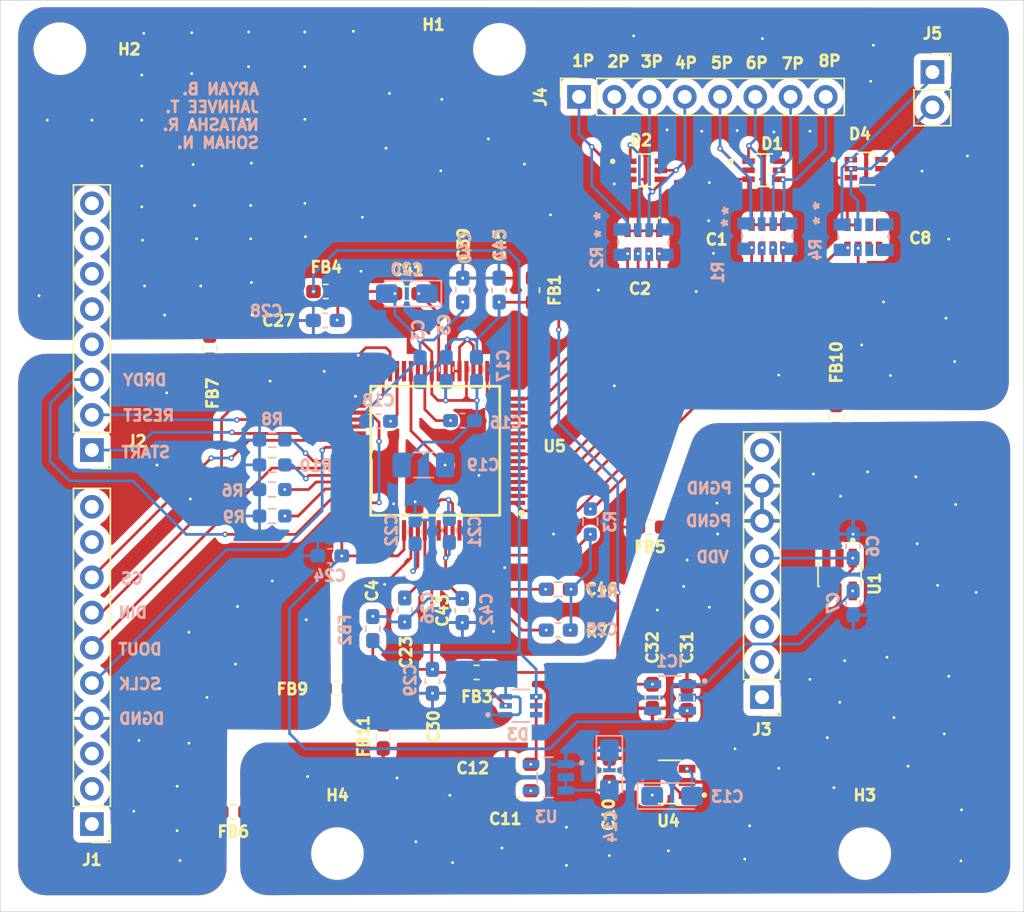
<source format=kicad_pcb>
(kicad_pcb (version 20221018) (generator pcbnew)
  (layers (0 "F.Cu" signal) (31 "B.Cu" signal) (34 "B.Paste" user) (35 "F.Paste" user) (36 "B.SilkS" user "B.Silkscreen") (37 "F.SilkS" user "F.Silkscreen") (38 "B.Mask" user) (39 "F.Mask" user) (44 "Edge.Cuts" user))
  (net 0 "")
  (net 1 "IN3P")
  (net 2 "AGND")
  (net 3 "BIAS_DRV")
  (net 4 "IN1P")
  (net 5 "IN2P")
  (net 6 "SRB1")
  (net 7 "Net-(C17-Pad1)")
  (net 8 "Net-(U5-VREFN)")
  (net 9 "VDD")
  (net 10 "PGND")
  (net 11 "DVDD")
  (net 12 "DVSS")
  (net 13 "Net-(U3-NR)")
  (net 14 "AVSS")
  (net 15 "Net-(U4-CAP+)")
  (net 16 "Net-(U4-CAP-)")
  (net 17 "Net-(U5-VCAP4)")
  (net 18 "Net-(U5-VCAP2)")
  (net 19 "Net-(U5-VCAP1)")
  (net 20 "Net-(U5-VREFP)")
  (net 21 "Net-(C21-Pad1)")
  (net 22 "Net-(C21-Pad2)")
  (net 23 "Net-(U5-AVDD1)")
  (net 24 "Net-(U5-VCAP3)")
  (net 25 "DGND")
  (net 26 "Net-(U5-BIASOUT)")
  (net 27 "Net-(U5-BIASINV)")
  (net 28 "AVDD")
  (net 29 "3P")
  (net 30 "5P")
  (net 31 "6P")
  (net 32 "4P")
  (net 34 "1P")
  (net 35 "2P")
  (net 36 "SRB_IN")
  (net 40 "SCLK")
  (net 41 "DIN")
  (net 42 "DOUT")
  (net 43 "CS")
  (net 44 "START")
  (net 45 "RESET")
  (net 46 "DRDY")
  (net 47 "Net-(U5-GPIO3)")
  (net 48 "Net-(U5-GPIO1)")
  (net 49 "Net-(U5-GPIO4)")
  (net 50 "Net-(U5-GPIO2)")
  (net 57 "Net-(U5-BIASIN)")
  (net 58 "BIAS_E")
  (net 65 "IN5P")
  (net 66 "IN4P")
  (net 81 "7P")
  (net 82 "8P")
  (net 90 "IN6P")
  (net 91 "IN8P")
  (net 92 "IN7P")
  (footprint "Capacitor_SMD:C_0603_1608Metric_Pad1.08x0.95mm_HandSolder" (layer "F.Cu") (at 74 50.65 180)
    (fp_text reference "C41")
    (fp_text value "0.1uf")
  )
  (footprint "Inductor_SMD:L_0603_1608Metric_Pad1.05x0.95mm_HandSolder" (layer "F.Cu") (at 68.15 50.5 180)
    (fp_text reference "FB4")
    (fp_text value "FerriteBead")
  )
  (footprint "esd:TVS_TPD4E1B06DCKR" (layer "F.Cu") (at 91.2042 41.7684)
    (fp_text reference "D2")
    (fp_text value "TPD4E1B06DCKR")
  )
  (footprint "cap_array:W3A41C102MAT2A" (layer "F.Cu") (at 91.05 46.95 180)
    (fp_text reference "C2")
    (fp_text value "CKCL44X7R1H102M085AA" hide)
  )
  (footprint "cap_array:W3A41C102MAT2A" (layer "F.Cu") (at 99.9848 46.5078 180)
    (fp_text reference "C1")
    (fp_text value "CKCL44X7R1H102M085AA" hide)
  )
  (footprint "Inductor_SMD:L_0603_1608Metric_Pad1.05x0.95mm_HandSolder" (layer "F.Cu") (at 79.025 77.95 180)
    (fp_text reference "FB3")
    (fp_text value "FerriteBead")
  )
  (footprint "cap_array:W3A41C102MAT2A" (layer "F.Cu") (at 106.89 46.525 180)
    (fp_text reference "C8")
    (fp_text value "CKCL44X7R1H102M085AA" hide)
  )
  (footprint "Resistor_SMD:R_0603_1608Metric_Pad0.98x0.95mm_HandSolder" (layer "F.Cu") (at 84.9141 74.9 180)
    (fp_text reference "R7")
    (fp_text value "1M")
  )
  (footprint "Connector_PinHeader_2.54mm:PinHeader_1x08_P2.54mm_Vertical" (layer "F.Cu") (at 51.308 61.9252 180)
    (fp_text reference "J2")
    (fp_text value "Conn_01x08_Pin")
  )
  (footprint "MountingHole:MountingHole_3.2mm_M3" (layer "F.Cu") (at 49 33)
    (fp_text reference "H2")
    (fp_text value "MountingHole")
  )
  (footprint "Capacitor_SMD:C_0603_1608Metric_Pad1.08x0.95mm_HandSolder" (layer "F.Cu") (at 78.0288 50.4 90)
    (fp_text reference "C39")
    (fp_text value "0.1uf")
  )
  (footprint "Capacitor_SMD:C_0603_1608Metric_Pad1.08x0.95mm_HandSolder" (layer "F.Cu") (at 71.55 74.7875 -90)
    (fp_text reference "C4")
    (fp_text value "1uf")
  )
  (footprint "ads1299ipag:QFP50P1200X1200X120-64N" (layer "F.Cu") (at 76.0476 61.976 180)
    (fp_text reference "U5")
    (fp_text value "ADS1299IPAG" hide)
  )
  (footprint "MountingHole:MountingHole_3.2mm_M3" (layer "F.Cu") (at 107 91)
    (fp_text reference "H3")
    (fp_text value "MountingHole")
  )
  (footprint "Connector_PinHeader_2.54mm:PinHeader_1x10_P2.54mm_Vertical" (layer "F.Cu") (at 51.308 88.8746 180)
    (fp_text reference "J1")
    (fp_text value "Conn_01x10_Pin" hide)
  )
  (footprint "Inductor_SMD:L_0603_1608Metric_Pad1.05x0.95mm_HandSolder" (layer "F.Cu") (at 91.525 67.475 180)
    (fp_text reference "FB5")
    (fp_text value "FerriteBead")
  )
  (footprint "lm2665:SOT95P280X145-6N" (layer "F.Cu") (at 92.9386 85.838 180)
    (fp_text reference "U4")
    (fp_text value "LM2665M6")
  )
  (footprint "Capacitor_SMD:C_0603_1608Metric_Pad1.08x0.95mm_HandSolder" (layer "F.Cu") (at 94.1867 79.817 90)
    (fp_text reference "C31")
    (fp_text value "1uf")
  )
  (footprint "Capacitor_SMD:C_0603_1608Metric_Pad1.08x0.95mm_HandSolder" (layer "F.Cu") (at 88.5952 84.9987 90)
    (fp_text reference "C10")
    (fp_text value "2.2uf")
  )
  (footprint "Capacitor_SMD:C_0603_1608Metric_Pad1.08x0.95mm_HandSolder" (layer "F.Cu") (at 73.85 73.4489 90)
    (fp_text reference "C23")
    (fp_text value "0.1uf")
  )
  (footprint "Inductor_SMD:L_0603_1608Metric_Pad1.05x0.95mm_HandSolder" (layer "F.Cu") (at 61.5 88 180)
    (fp_text reference "FB6")
    (fp_text value "FerriteBead")
  )
  (footprint "esd:TVS_TPD4E1B06DCKR" (layer "F.Cu") (at 107.1 41.65)
    (fp_text reference "D4")
    (fp_text value "TPD4E1B06DCKR")
  )
  (footprint "Capacitor_SMD:C_0603_1608Metric_Pad1.08x0.95mm_HandSolder" (layer "F.Cu") (at 78 73.4875 90)
    (fp_text reference "C43")
    (fp_text value "0.1uf")
  )
  (footprint "apk:SOT95P285X140-5N" (layer "F.Cu") (at 105.1814 70.8914 -90)
    (fp_text reference "U1")
    (fp_text value "AP2112K-3.3")
  )
  (footprint "Inductor_SMD:L_0603_1608Metric_Pad1.05x0.95mm_HandSolder" (layer "F.Cu") (at 68.95 79.1 180)
    (fp_text reference "FB9")
    (fp_text value "FerriteBead")
  )
  (footprint "Capacitor_SMD:C_0603_1608Metric_Pad1.08x0.95mm_HandSolder" (layer "F.Cu") (at 82.0674 86.473 180)
    (fp_text reference "C11")
    (fp_text value "10nf")
  )
  (footprint "MountingHole:MountingHole_3.2mm_M3" (layer "F.Cu") (at 69 91)
    (fp_text reference "H4")
    (fp_text value "MountingHole")
  )
  (footprint "MountingHole:MountingHole_3.2mm_M3" (layer "F.Cu") (at 80.675 33.05)
    (fp_text reference "H1")
    (fp_text value "MountingHole")
  )
  (footprint "Inductor_SMD:L_0603_1608Metric_Pad1.05x0.95mm_HandSolder" (layer "F.Cu") (at 59.8 54.55 -90)
    (fp_text reference "FB7")
    (fp_text value "FerriteBead")
  )
  (footprint "Inductor_SMD:L_0603_1608Metric_Pad1.05x0.95mm_HandSolder" (layer "F.Cu") (at 104.95 59.55 90)
    (fp_text reference "FB10")
    (fp_text value "FerriteBead")
  )
  (footprint "Capacitor_SMD:C_0603_1608Metric_Pad1.08x0.95mm_HandSolder" (layer "F.Cu") (at 75.85 78.5875 -90)
    (fp_text reference "C30")
    (fp_text value "0.1uf")
  )
  (footprint "Inductor_SMD:L_0603_1608Metric_Pad1.05x0.95mm_HandSolder" (layer "F.Cu") (at 83.05 50.4 90)
    (fp_text reference "FB1")
    (fp_text value "FerriteBead")
  )
  (footprint "Connector_PinSocket_2.54mm:PinSocket_1x02_P2.54mm_Vertical" (layer "F.Cu") (at 111.875 34.685)
    (fp_text reference "J5")
    (fp_text value "Conn_01x02_Socket")
  )
  (footprint "Capacitor_SMD:C_0603_1608Metric_Pad1.08x0.95mm_HandSolder" (layer "F.Cu") (at 82.0674 84.568 180)
    (fp_text reference "C12")
    (fp_text value "2.2uf")
  )
  (footprint "Connector_PinHeader_2.54mm:PinHeader_1x08_P2.54mm_Vertical" (layer "F.Cu") (at 99.5934 79.7306 180)
    (fp_text reference "J3")
    (fp_text value "Conn_01x08_Pin")
  )
  (footprint "Connector_PinSocket_2.54mm:PinSocket_1x08_P2.54mm_Vertical" (layer "F.Cu") (at 86.4108 36.4744 90)
    (fp_text reference "J4")
    (fp_text value "Conn_01x08_Socket")
  )
  (footprint "Inductor_SMD:L_0603_1608Metric_Pad1.05x0.95mm_HandSolder" (layer "F.Cu") (at 72.3 82.55 90)
    (fp_text reference "FB11")
    (fp_text value "FerriteBead")
  )
  (footprint "Capacitor_SMD:C_0603_1608Metric_Pad1.08x0.95mm_HandSolder" (layer "F.Cu") (at 68.125 52.5875 180)
    (fp_text reference "C27")
    (fp_text value "0.1uf")
  )
  (footprint "Capacitor_SMD:C_0603_1608Metric_Pad1.08x0.95mm_HandSolder" (layer "F.Cu") (at 80.65 50.4 -90)
    (fp_text reference "C45")
    (fp_text value "0.1uf")
  )
  (footprint "Capacitor_SMD:C_0603_1608Metric_Pad1.08x0.95mm_HandSolder" (layer "F.Cu") (at 91.6975 79.6646 -90)
    (fp_text reference "C32")
    (fp_text value "1uf")
  )
  (footprint "Capacitor_SMD:C_0603_1608Metric_Pad1.08x0.95mm_HandSolder" (layer "F.Cu") (at 84.9141 71.9582)
    (fp_text reference "C46")
    (fp_text value "1.5nf")
  )
  (footprint "esd:TVS_TPD4E1B06DCKR" (layer "F.Cu") (at 99.7223 41.758)
    (fp_text reference "D1")
    (fp_text value "TPD4E1B06DCKR")
  )
  (footprint "reg_bank:CAY16_BRN" (layer "B.Cu") (at 106.9144 46.585218 -90)
    (fp_text reference "R4")
    (fp_text value "CAY16-2201F4LF")
  )
  (footprint "reg_bank:CAY16_BRN" (layer "B.Cu") (at 99.9848 46.5078 -90)
    (fp_text reference "R1")
    (fp_text value "CAY16-2201F4LF")
  )
  (footprint "Capacitor_SMD:C_0603_1608Metric_Pad1.08x0.95mm_HandSolder" (layer "B.Cu") (at 78.0288 50.4 90)
    (fp_text reference "C40")
    (fp_text value "1uf")
  )
  (footprint "Capacitor_SMD:C_0603_1608Metric_Pad1.08x0.95mm_HandSolder" (layer "B.Cu") (at 84.913 74.9 180)
    (fp_text reference "C25")
    (fp_text value "1.5nf")
  )
  (footprint "esd:TVS_TPD4E1B06DCKR" (layer "B.Cu") (at 82.2225 80.35)
    (fp_text reference "D3")
    (fp_text value "TPD4E1B06DCKR")
  )
  (footprint "Capacitor_SMD:C_0603_1608Metric_Pad1.08x0.95mm_HandSolder" (layer "B.Cu") (at 106.1616 72.9386 -90)
    (fp_text reference "C7")
    (fp_text value "1uf")
  )
  (footprint "Capacitor_SMD:C_0603_1608Metric_Pad1.08x0.95mm_HandSolder" (layer "B.Cu") (at 74.5998 67.818 90)
    (fp_text reference "C22")
    (fp_text value "1uf")
  )
  (footprint "Capacitor_SMD:C_0603_1608Metric_Pad1.08x0.95mm_HandSolder" (layer "B.Cu") (at 78.0125 59.8 180)
    (fp_text reference "C16")
    (fp_text value "1uf")
  )
  (footprint "Capacitor_SMD:C_0603_1608Metric_Pad1.08x0.95mm_HandSolder" (layer "B.Cu") (at 80.65 50.4 -90)
    (fp_text reference "C44")
    (fp_text value "1uf")
  )
  (footprint "tlv:SOT95P280X110-5N" (layer "B.Cu") (at 92.964 79.756 180)
    (fp_text reference "IC1")
    (fp_text value "TLV70025QDDCRQ1")
  )
  (footprint "Capacitor_SMD:C_0603_1608Metric_Pad1.08x0.95mm_HandSolder" (layer "B.Cu") (at 74.9554 56.134 90)
    (fp_text reference "C3")
    (fp_text value "1uf")
  )
  (footprint "Resistor_SMD:R_0603_1608Metric_Pad0.98x0.95mm_HandSolder" (layer "B.Cu") (at 87.2236 67.0814 90)
    (fp_text reference "R3")
    (fp_text value "277")
  )
  (footprint "Capacitor_SMD:C_0603_1608Metric_Pad1.08x0.95mm_HandSolder" (layer "B.Cu") (at 73.85 73.45 90)
    (fp_text reference "C26")
    (fp_text value "1uf")
  )
  (footprint "Resistor_SMD:R_0603_1608Metric_Pad0.98x0.95mm_HandSolder" (layer "B.Cu") (at 64.3 61.2)
    (fp_text reference "R8")
    (fp_text value "10K")
  )
  (footprint "reg_bank:CAY16_BRN" (layer "B.Cu") (at 91.05 46.9396 -90)
    (fp_text reference "R2")
    (fp_text value "CAY16-2201F4LF")
  )
  (footprint "Resistor_SMD:R_0603_1608Metric_Pad0.98x0.95mm_HandSolder" (layer "B.Cu") (at 64.3 62.992 180)
    (fp_text reference "R10")
    (fp_text value "10K")
  )
  (footprint "Capacitor_Tantalum_SMD:CP_EIA-3216-18_Kemet-A_Pad1.58x1.35mm_HandSolder" (layer "B.Cu") (at 93.1164 86.854)
    (fp_text reference "C13")
    (fp_text value "3.3uf")
  )
  (footprint "Capacitor_SMD:C_0603_1608Metric_Pad1.08x0.95mm_HandSolder" (layer "B.Cu") (at 77.0636 67.7164 90)
    (fp_text reference "C21")
    (fp_text value "1uf")
  )
  (footprint "Resistor_SMD:R_0603_1608Metric_Pad0.98x0.95mm_HandSolder" (layer "B.Cu") (at 84.9141 71.9582 180)
    (fp_text reference "R17")
    (fp_text value "1M")
  )
  (footprint "Capacitor_SMD:C_0603_1608Metric_Pad1.08x0.95mm_HandSolder" (layer "B.Cu") (at 78 73.4875 90)
    (fp_text reference "C42")
    (fp_text value "1uf")
  )
  (footprint "Resistor_SMD:R_0603_1608Metric_Pad0.98x0.95mm_HandSolder" (layer "B.Cu") (at 64.3 66.675 180)
    (fp_text reference "R9")
    (fp_text value "10K")
  )
  (footprint "Capacitor_SMD:C_0603_1608Metric_Pad1.08x0.95mm_HandSolder" (layer "B.Cu") (at 79.0194 56.1086 -90)
    (fp_text reference "C17")
    (fp_text value "1uf")
  )
  (footprint "Capacitor_SMD:C_0603_1608Metric_Pad1.08x0.95mm_HandSolder" (layer "B.Cu") (at 71.9625 59.85)
    (fp_text reference "C18")
    (fp_text value "1uf")
  )
  (footprint "Capacitor_SMD:C_0603_1608Metric_Pad1.08x0.95mm_HandSolder" (layer "B.Cu") (at 75.85 78.5875 -90)
    (fp_text reference "C29")
    (fp_text value "1uf")
  )
  (footprint "Inductor_SMD:L_0603_1608Metric_Pad1.05x0.95mm_HandSolder" (layer "B.Cu") (at 71.5518 74.803 90)
    (fp_text reference "FB2")
    (fp_text value "FerriteBead")
  )
  (footprint "Capacitor_Tantalum_SMD:CP_EIA-3216-18_Kemet-A_Pad1.58x1.35mm_HandSolder" (layer "B.Cu") (at 88.5952 84.9987 -90)
    (fp_text reference "C14")
    (fp_text value "3.3uf")
  )
  (footprint "Resistor_SMD:R_0603_1608Metric_Pad0.98x0.95mm_HandSolder" (layer "B.Cu") (at 64.3 64.77 180)
    (fp_text reference "R6")
    (fp_text value "10K")
  )
  (footprint "Capacitor_SMD:C_0603_1608Metric_Pad1.08x0.95mm_HandSolder" (layer "B.Cu") (at 76.835 56.1086 90)
    (fp_text reference "C5")
    (fp_text value "1uf")
  )
  (footprint "Capacitor_SMD:C_0603_1608Metric_Pad1.08x0.95mm_HandSolder" (layer "B.Cu") (at 68.1239 52.5875 180)
    (fp_text reference "C28")
    (fp_text value "1uf")
  )
  (footprint "tps:SOT95P280X145-5N" (layer "B.Cu") (at 84.201 85.5078 180)
    (fp_text reference "U3")
    (fp_text value "TPS72325DBV")
  )
  (footprint "Capacitor_SMD:C_0603_1608Metric_Pad1.08x0.95mm_HandSolder" (layer "B.Cu") (at 68.45 69.55)
    (fp_text reference "C24")
    (fp_text value "1uf")
  )
  (footprint "Capacitor_SMD:C_0603_1608Metric_Pad1.08x0.95mm_HandSolder" (layer "B.Cu") (at 106.1616 68.8492 90)
    (fp_text reference "C6")
    (fp_text value "1uf")
  )
  (footprint "Capacitor_Tantalum_SMD:CP_EIA-3216-18_Kemet-A_Pad1.58x1.35mm_HandSolder" (layer "B.Cu") (at 74 50.65 180)
    (fp_text reference "C20")
    (fp_text value "10uf")
  )
  (footprint "Capacitor_SMD:C_1206_3216Metric_Pad1.33x1.80mm_HandSolder" (layer "B.Cu") (at 75.2 63)
    (fp_text reference "C19")
    (fp_text value "100uf")
  )
  (gr_rect (start 44.7108 29.5191) (end 118.45 95.1809) (stroke (width 0.05)) (fill none) (layer "Edge.Cuts"))
  (gr_text "START" (at 57.05 62.55) (layer "B.SilkS") (effects (font (size 0.8 0.8) (thickness 0.2) bold) (justify left bottom mirror)))
  (gr_text "RESET" (at 57.35 59.9) (layer "B.SilkS") (effects (font (size 0.8 0.8) (thickness 0.2) bold) (justify left bottom mirror)))
  (gr_text "DIN" (at 55.4 74.1) (layer "B.SilkS") (effects (font (size 0.8 0.8) (thickness 0.2) bold) (justify left bottom mirror)))
  (gr_text "SCLK" (at 56.4 79.25) (layer "B.SilkS") (effects (font (size 0.8 0.8) (thickness 0.2) bold) (justify left bottom mirror)))
  (gr_text "DRDY" (at 56.8 57.35) (layer "B.SilkS") (effects (font (size 0.8 0.8) (thickness 0.2) bold) (justify left bottom mirror)))
  (gr_text "PGND" (at 97.5 67.5) (layer "B.SilkS") (effects (font (size 0.8 0.8) (thickness 0.2) bold) (justify left bottom mirror)))
  (gr_text "PGND" (at 97.55 65.15) (layer "B.SilkS") (effects (font (size 0.8 0.8) (thickness 0.2) bold) (justify left bottom mirror)))
  (gr_text "ARYAN B.\nJAHNVEE T.\nNATASHA R.\nSOHAM N.\n" (at 63.45 40.25) (layer "B.SilkS") (effects (font (size 0.8 0.8) (thickness 0.2) bold) (justify left bottom mirror)))
  (gr_text "VDD" (at 97.3 70.1) (layer "B.SilkS") (effects (font (size 0.8 0.8) (thickness 0.2) bold) (justify left bottom mirror)))
  (gr_text "DGND" (at 56.65 81.75) (layer "B.SilkS") (effects (font (size 0.8 0.8) (thickness 0.2) bold) (justify left bottom mirror)))
  (gr_text "CS" (at 55.1 71.65) (layer "B.SilkS") (effects (font (size 0.8 0.8) (thickness 0.2) bold) (justify left bottom mirror)))
  (gr_text "DOUT" (at 56.45 76.75) (layer "B.SilkS") (effects (font (size 0.8 0.8) (thickness 0.2) bold) (justify left bottom mirror)))
  (gr_text "5P" (at 95.8 34.5) (layer "F.SilkS") (effects (font (size 0.8 0.8) (thickness 0.2) bold) (justify left bottom)))
  (gr_text "3P" (at 90.75 34.4) (layer "F.SilkS") (effects (font (size 0.8 0.8) (thickness 0.2) bold) (justify left bottom)))
  (gr_text "7P" (at 100.9 34.55) (layer "F.SilkS") (effects (font (size 0.8 0.8) (thickness 0.2) bold) (justify left bottom)))
  (gr_text "6P" (at 98.3 34.5) (layer "F.SilkS") (effects (font (size 0.8 0.8) (thickness 0.2) bold) (justify left bottom)))
  (gr_text "2P" (at 88.35 34.4) (layer "F.SilkS") (effects (font (size 0.8 0.8) (thickness 0.2) bold) (justify left bottom)))
  (gr_text "1P" (at 85.8 34.35) (layer "F.SilkS") (effects (font (size 0.8 0.8) (thickness 0.2) bold) (justify left bottom)))
  (gr_text "4P" (at 93.2 34.5) (layer "F.SilkS") (effects (font (size 0.8 0.8) (thickness 0.2) bold) (justify left bottom)))
  (gr_text "8P" (at 103.55 34.35) (layer "F.SilkS") (effects (font (size 0.8 0.8) (thickness 0.2) bold) (justify left bottom)))
  (segment (start 91.43 51.5691) (end 82.7731 60.226) (width 0.2) (layer "F.Cu") (net 1))
  (segment (start 91.43 47.775) (end 91.43 51.5691) (width 0.2) (layer "F.Cu") (net 1))
  (segment (start 82.7731 60.226) (end 81.7856 60.226) (width 0.2) (layer "F.Cu") (net 1))
  (via (at 91.43 47.775) (size 0.4) (drill 0.2) (layers "F.Cu" "B.Cu") (net 1))
  (segment (start 91.43 47.775) (end 91.43 47.819218) (width 0.2) (layer "B.Cu") (net 1))
  (segment (start 91.43 47.819218) (end 91.464782 47.854) (width 0.2) (layer "B.Cu") (net 1))
  (segment (start 97.5 42.408) (end 97.292 42.408) (width 0.2) (layer "F.Cu") (net 2))
  (segment (start 90.1042 43) (end 90.1042 42.4184) (width 0.2) (layer "F.Cu") (net 2))
  (segment (start 95.8 42.65) (end 96.042 42.408) (width 0.2) (layer "F.Cu") (net 2))
  (segment (start 73.75 70.25) (end 72.4 71.6) (width 0.2) (layer "F.Cu") (net 2))
  (segment (start 74.2976 67.714) (end 74.2976 65.9524) (width 0.2) (layer "F.Cu") (net 2))
  (segment (start 96.042 42.408) (end 97.5 42.408) (width 0.2) (layer "F.Cu") (net 2))
  (segment (start 106.51 45.7) (end 105.75 45.7) (width 0.2) (layer "F.Cu") (net 2))
  (segment (start 98.7723 42.408) (end 97.5 42.408) (width 0.2) (layer "F.Cu") (net 2))
  (segment (start 88.95 42.75) (end 89.4 43.2) (width 0.2) (layer "F.Cu") (net 2))
  (segment (start 89.4 43.2) (end 89.9042 43.2) (width 0.2) (layer "F.Cu") (net 2))
  (segment (start 74.2976 65.9524) (end 74.6 65.65) (width 0.2) (layer "F.Cu") (net 2))
  (segment (start 89.9042 43.2) (end 90.1042 43) (width 0.2) (layer "F.Cu") (net 2))
  (segment (start 74.2976 69.7024) (end 73.75 70.25) (width 0.2) (layer "F.Cu") (net 2))
  (segment (start 74.2976 67.714) (end 74.2976 69.7024) (width 0.2) (layer "F.Cu") (net 2))
  (via (at 62.6 34.3) (size 0.4) (drill 0.2) (layers "F.Cu" "B.Cu") (net 2))
  (via (at 84.35 44.975) (size 0.4) (drill 0.2) (layers "F.Cu" "B.Cu") (net 2))
  (via (at 78 74.35) (size 0.4) (drill 0.2) (layers "F.Cu" "B.Cu") (net 2))
  (via (at 107.625 32.75) (size 0.4) (drill 0.2) (layers "F.Cu" "B.Cu") (net 2))
  (via (at 81.05 70.4) (size 0.4) (drill 0.2) (layers "F.Cu" "B.Cu") (net 2))
  (via (at 78.0288 49.5375) (size 0.4) (drill 0.2) (layers "F.Cu" "B.Cu") (net 2))
  (via (at 58.7 44.3) (size 0.4) (drill 0.2) (layers "F.Cu" "B.Cu") (net 2))
  (via (at 58.5 31.85) (size 0.4) (drill 0.2) (layers "F.Cu" "B.Cu") (net 2))
  (via (at 113.475 55.55) (size 0.4) (drill 0.2) (layers "F.Cu" "B.Cu") (net 2))
  (via (at 51.3 38.15) (size 0.4) (drill 0.2) (layers "F.Cu" "B.Cu") (net 2))
  (via (at 75.85 79.45) (size 0.4) (drill 0.2) (layers "F.Cu" "B.Cu") (net 2))
  (via (at 59.15 50.1) (size 0.4) (drill 0.2) (layers "F.Cu" "B.Cu") (net 2))
  (via (at 84.575 67.975) (size 0.4) (drill 0.2) (layers "F.Cu" "B.Cu") (net 2))
  (via (at 108.35 51.25) (size 0.4) (drill 0.2) (layers "F.Cu" "B.Cu") (net 2))
  (via (at 79.2 63.75) (size 0.4) (drill 0.2) (layers "F.Cu" "B.Cu") (net 2))
  (via (at 87.8 50.4) (size 0.4) (drill 0.2) (layers "F.Cu" "B.Cu") (net 2))
  (via (at 72.4 71.6) (size 0.4) (drill 0.2) (layers "F.Cu" "B.Cu") (net 2))
  (via (at 70.15 31.75) (size 0.4) (drill 0.2) (layers "F.Cu" "B.Cu") (net 2))
  (via (at 62.75 44.3) (size 0.4) (drill 0.2) (layers "F.Cu" "B.Cu") (net 2))
  (via (at 95.25 38.95) (size 0.4) (drill 0.2) (layers "F.Cu" "B.Cu") (net 2))
  (via (at 76.45 41.8) (size 0.4) (drill 0.2) (layers "F.Cu" "B.Cu") (net 2))
  (via (at 112.85 52.425) (size 0.4) (drill 0.2) (layers "F.Cu" "B.Cu") (net 2))
  (via (at 56.55 52.2) (size 0.4) (drill 0.2) (layers "F.Cu" "B.Cu") (net 2))
  (via (at 54.95 46.8) (size 0.4) (drill 0.2) (layers "F.Cu" "B.Cu") (net 2))
  (via (at 55.1 50.1) (size 0.4) (drill 0.2) (layers "F.Cu" "B.Cu") (net 2))
  (via (at 62.75 46.7) (size 0.4) (drill 0.2) (layers "F.Cu" "B.Cu") (net 2))
  (via (at 95.75 45.4) (size 0.4) (drill 0.2) (layers "F.Cu" "B.Cu") (net 2))
  (via (at 70.7 49.05) (size 0.4) (drill 0.2) (layers "F.Cu" "B.Cu") (net 2))
  (via (at 62.5 38.1) (size 0.4) (drill 0.2) (layers "F.Cu" "B.Cu") (net 2))
  (via (at 66.65 31.8) (size 0.4) (drill 0.2) (layers "F.Cu" "B.Cu") (net 2))
  (via (at 54.9 38.15) (size 0.4) (drill 0.2) (layers "F.Cu" "B.Cu") (net 2))
  (via (at 103.05 38.95) (size 0.4) (drill 0.2) (layers "F.Cu" "B.Cu") (net 2))
  (via (at 100.45 39) (size 0.4) (drill 0.2) (layers "F.Cu" "B.Cu") (net 2))
  (via (at 107.425 35.35) (size 0.4) (drill 0.2) (layers "F.Cu" "B.Cu") (net 2))
  (via (at 90.35 32.075) (size 0.4) (drill 0.2) (layers "F.Cu" "B.Cu") (net 2))
  (via (at 54.9 41.45) (size 0.4) (drill 0.2) (layers "F.Cu" "B.Cu") (net 2))
  (via (at 48.1 38.15) (size 0.4) (drill 0.2) (layers "F.Cu" "B.Cu") (net 2))
  (via (at 58.5 38.2) (size 0.4) (drill 0.2) (layers "F.Cu" "B.Cu") (net 2))
  (via (at 62.6 31.8) (size 0.4) (drill 0.2) (layers "F.Cu" "B.Cu") (net 2))
  (via (at 82.475 41.325) (size 0.4) (drill 0.2) (layers "F.Cu" "B.Cu") (net 2))
  (via (at 58.85 46.7) (size 0.4) (drill 0.2) (layers "F.Cu" "B.Cu") (net 2))
  (via (at 66.7 46.55) (size 0.4) (drill 0.2) (layers "F.Cu" "B.Cu") (net 2))
  (via (at 66.65 44.15) (size 0.4) (drill 0.2) (layers "F.Cu" "B.Cu") (net 2))
  (via (at 95.8 42.65) (size 0.4) (drill 0.2) (layers "F.Cu" "B.Cu") (net 2))
  (via (at 76.525 36.65) (size 0.4) (drill 0.2) (layers "F.Cu" "B.Cu") (net 2))
  (via (at 55.05 31.9) (size 0.4) (drill 0.2) (layers "F.Cu" "B.Cu") (net 2))
  (via (at 79.875 39.5) (size 0.4) (drill 0.2) (layers "F.Cu" "B.Cu") (net 2))
  (via (at 99.625 32.275) (size 0.4) (drill 0.2) (layers "F.Cu" "B.Cu") (net 2))
  (via (at 80.25 75) (size 0.4) (drill 0.2) (layers "F.Cu" "B.Cu") (net 2))
  (via (at 62.8 41.25) (size 0.4) (drill 0.2) (layers "F.Cu" "B.Cu") (net 2))
  (via (at 100.8 56.525) (size 0.4) (drill 0.2) (layers "F.Cu" "B.Cu") (net 2))
  (via (at 70.8 45.15) (size 0.4) (drill 0.2) (layers "F.Cu" "B.Cu") (net 2))
  (via (at 58.6 41.35) (size 0.4) (drill 0.2) (layers "F.Cu" "B.Cu") (net 2))
  (via (at 62.8 49.85) (size 0.4) (drill 0.2) (layers "F.Cu" "B.Cu") (net 2))
  (via (at 111.125 41.825) (size 0.4) (drill 0.2) (layers "F.Cu" "B.Cu") (net 2))
  (via (at 74.6 65.65) (size 0.4) (drill 0.2) (layers "F.Cu" "B.Cu") (net 2))
  (via (at 66.65 34.3) (size 0.4) (drill 0.2) (layers "F.Cu" "B.Cu") (net 2))
  (via (at 88.95 42.75) (size 0.4) (drill 0.2) (layers "F.Cu" "B.Cu") (net 2))
  (via (at 92.75 38.85) (size 0.4) (drill 0.2) (layers "F.Cu" "B.Cu") (net 2))
  (via (at 88.95 57.3) (size 0.4) (drill 0.2) (layers "F.Cu" "B.Cu") (net 2))
  (via (at 47.5 50.8) (size 0.4) (drill 0.2) (layers "F.Cu" "B.Cu") (net 2))
  (via (at 58.5 34.8) (size 0.4) (drill 0.2) (layers "F.Cu" "B.Cu") (net 2))
  (via (at 94.85 50.5) (size 0.4) (drill 0.2) (layers "F.Cu" "B.Cu") (net 2))
  (via (at 62.85 52.2) (size 0.4) (drill 0.2) (layers "F.Cu" "B.Cu") (net 2))
  (via (at 72.5 40.175) (size 0.4) (drill 0.2) (layers "F.Cu" "B.Cu") (net 2))
  (via (at 106.775 54.35) (size 0.4) (drill 0.2) (layers "F.Cu" "B.Cu") (net 2))
  (via (at 114.4 40.725) (size 0.4) (drill 0.2) (layers "F.Cu" "B.Cu") (net 2))
  (via (at 72.75 36.225) (size 0.4) (drill 0.2) (layers "F.Cu" "B.Cu") (net 2))
  (via (at 66.65 38.1) (size 0.4) (drill 0.2) (layers "F.Cu" "B.Cu") (net 2))
  (via (at 113.05 46.725) (size 0.4) (drill 0.2) (layers "F.Cu" "B.Cu") (net 2))
  (via (at 54.9 34.9) (size 0.4) (drill 0.2) (layers "F.Cu" "B.Cu") (net 2))
  (via (at 97.8 38.9) (size 0.4) (drill 0.2) (layers "F.Cu" "B.Cu") (net 2))
  (via (at 54.9 44.4) (size 0.4) (drill 0.2) (layers "F.Cu" "B.Cu") (net 2))
  (via (at 96.1 47.75) (size 0.4) (drill 0.2) (layers "F.Cu" "B.Cu") (net 2))
  (via (at 108.85 56.55) (size 0.4) (drill 0.2) (layers "F.Cu" "B.Cu") (net 2))
  (segment (start 74.6 65.65) (end 74.5998 65.6502) (width 0.2) (layer "B.Cu") (net 2))
  (segment (start 82.0225 79.7) (end 79.8 79.7) (width 0.2) (layer "B.Cu") (net 2))
  (segment (start 79.9 81) (end 82.0225 81) (width 0.2) (layer "B.Cu") (net 2))
  (segment (start 95.8 45.35) (end 95.75 45.4) (width 0.2) (layer "B.Cu") (net 2))
  (segment (start 95.8 42.65) (end 95.8 45.35) (width 0.2) (layer "B.Cu") (net 2))
  (segment (start 82.0225 81) (end 82.1725 80.85) (width 0.2) (layer "B.Cu") (net 2))
  (segment (start 74.5998 65.6502) (end 74.5998 66.9555) (width 0.2) (layer "B.Cu") (net 2))
  (segment (start 82.1725 79.85) (end 82.0225 79.7) (width 0.2) (layer "B.Cu") (net 2))
  (segment (start 82.1725 80.85) (end 82.1725 79.85) (width 0.2) (layer "B.Cu") (net 2))
  (segment (start 87.3811 66.1689) (end 87.2236 66.1689) (width 0.2) (layer "F.Cu") (net 3))
  (segment (start 106.525 50.575) (end 103.775 53.325) (width 0.2) (layer "F.Cu") (net 3))
  (segment (start 103.775 53.325) (end 100.225 53.325) (width 0.2) (layer "F.Cu") (net 3))
  (segment (start 106.525 47.375) (end 106.525 50.575) (width 0.2) (layer "F.Cu") (net 3))
  (segment (start 100.225 53.325) (end 87.3811 66.1689) (width 0.2) (layer "F.Cu") (net 3))
  (via (at 106.525 47.375) (size 0.4) (drill 0.2) (layers "F.Cu" "B.Cu") (net 3))
  (via (at 87.2236 66.1689) (size 0.4) (drill 0.2) (layers "F.Cu" "B.Cu") (net 3))
  (segment (start 89.91 47.775) (end 89.91 50.94) (width 0.2) (layer "F.Cu") (net 4))
  (segment (start 89.91 50.94) (end 82.624 58.226) (width 0.2) (layer "F.Cu") (net 4))
  (segment (start 82.624 58.226) (end 81.7856 58.226) (width 0.2) (layer "F.Cu") (net 4))
  (via (at 89.91 47.775) (size 0.4) (drill 0.2) (layers "F.Cu" "B.Cu") (net 4))
  (segment (start 82.774 59.226) (end 81.7856 59.226) (width 0.2) (layer "F.Cu") (net 5))
  (segment (start 90.67 51.33) (end 82.774 59.226) (width 0.2) (layer "F.Cu") (net 5))
  (segment (start 90.67 47.775) (end 90.67 51.33) (width 0.2) (layer "F.Cu") (net 5))
  (via (at 90.67 47.775) (size 0.4) (drill 0.2) (layers "F.Cu" "B.Cu") (net 5))
  (segment (start 90.67 47.775) (end 90.635218 47.809782) (width 0.2) (layer "B.Cu") (net 5))
  (segment (start 90.635218 47.809782) (end 90.635218 47.854) (width 0.2) (layer "B.Cu") (net 5))
  (segment (start 80.4 64.4279) (end 80.49855 64.52645) (width 0.2) (layer "F.Cu") (net 6))
  (segment (start 80.45 59.6) (end 80.576 59.726) (width 0.2) (layer "F.Cu") (net 6))
  (segment (start 80.53705 64.88705) (end 80.4 65.0241) (width 0.2) (layer "F.Cu") (net 6))
  (segment (start 80.6981 64.726) (end 81.7856 64.726) (width 0.2) (layer "F.Cu") (net 6))
  (segment (start 80.38605 58.41395) (end 80.6981 58.726) (width 0.2) (layer "F.Cu") (net 6))
  (segment (start 80.651 65.726) (end 81.7856 65.726) (width 0.2) (layer "F.Cu") (net 6))
  (segment (start 81.7856 61.726) (end 80.724 61.726) (width 0.2) (layer "F.Cu") (net 6))
  (segment (start 80.526 60.726) (end 80.526 60.924) (width 0.2) (layer "F.Cu") (net 6))
  (segment (start 80.724 60.726) (end 80.525 60.925) (width 0.2) (layer "F.Cu") (net 6))
  (segment (start 80.45 59.95) (end 80.3 60.1) (width 0.2) (layer "F.Cu") (net 6))
  (segment (start 80.45 59.6) (end 80.45 59.95) (width 0.2) (layer "F.Cu") (net 6))
  (segment (start 80.4 65.475) (end 80.651 65.726) (width 0.2) (layer "F.Cu") (net 6))
  (segment (start 80.53705 64.56495) (end 80.53705 64.88705) (width 0.2) (layer "F.Cu") (net 6))
  (segment (start 80.3 60.5) (end 80.526 60.726) (width 0.2) (layer "F.Cu") (net 6))
  (segment (start 80.475 62.875) (end 80.5 62.9) (width 0.2) (layer "F.Cu") (net 6))
  (segment (start 80.4 63.575) (end 80.4 63.952) (width 0.2) (layer "F.Cu") (net 6))
  (segment (start 105.25 47.35) (end 86.3 66.3) (width 0.2) (layer "F.Cu") (net 6))
  (segment (start 80.25 59.4) (end 80.45 59.6) (width 0.2) (layer "F.Cu") (net 6))
  (segment (start 80.525 61.675) (end 80.525 61.925) (width 0.2) (layer "F.Cu") (net 6))
  (segment (start 80.4 63.952) (end 80.4 64.4279) (width 0.2) (layer "F.Cu") (net 6))
  (segment (start 81.7856 59.726) (end 80.674 59.726) (width 0.2) (layer "F.Cu") (net 6))
  (segment (start 80.475 61.625) (end 80.576 61.726) (width 0.2) (layer "F.Cu") (net 6))
  (segment (start 80.25 58.95) (end 80.25 59.4) (width 0.2) (layer "F.Cu") (net 6))
  (segment (start 80.35 63.45) (end 80.4375 63.5375) (width 0.2) (layer "F.Cu") (net 6))
  (segment (start 80.475 62.625) (end 80.576 62.726) (width 0.2) (layer "F.Cu") (net 6))
  (segment (start 80.5 62.9) (end 80.35 63.05) (width 0.2) (layer "F.Cu") (net 6))
  (segment (start 81.7856 63.726) (end 80.626 63.726) (width 0.2) (layer "F.Cu") (net 6))
  (segment (start 80.724 61.726) (end 80.525 61.925) (width 0.2) (layer "F.Cu") (net 6))
  (segment (start 80.35 61.1) (end 80.35 61.5) (width 0.2) (layer "F.Cu") (net 6))
  (segment (start 80.3 60.1) (end 80.3 60.5) (width 0.2) (layer "F.Cu") (net 6))
  (segment (start 80.4 65.0241) (end 80.4 65.475) (width 0.2) (layer "F.Cu") (net 6))
  (segment (start 80.49855 64.52645) (end 80.53705 64.56495) (width 0.2) (layer "F.Cu") (net 6))
  (segment (start 79.7976 57.8255) (end 80.38605 58.41395) (width 0.2) (layer "F.Cu") (net 6))
  (segment (start 80.6981 58.726) (end 80.474 58.726) (width 0.2) (layer "F.Cu") (net 6))
  (segment (start 80.475 62.625) (end 80.475 62.875) (width 0.2) (layer "F.Cu") (net 6))
  (segment (start 80.35 62.5) (end 80.475 62.625) (width 0.2) (layer "F.Cu") (net 6))
  (segment (start 80.35 61.5) (end 80.475 61.625) (width 0.2) (layer "F.Cu") (net 6))
  (segment (start 80.49855 64.52645) (end 80.6981 64.726) (width 0.2) (layer "F.Cu") (net 6))
  (segment (start 80.674 62.726) (end 80.5 62.9) (width 0.2) (layer "F.Cu") (net 6))
  (segment (start 80.674 59.726) (end 80.45 59.95) (width 0.2) (layer "F.Cu") (net 6))
  (segment (start 79.7976 56.238) (end 79.7976 57.8255) (width 0.2) (layer "F.Cu") (net 6))
  (segment (start 80.576 59.726) (end 81.7856 59.726) (width 0.2) (layer "F.Cu") (net 6))
  (segment (start 80.626 63.726) (end 80.4 63.952) (width 0.2) (layer "F.Cu") (net 6))
  (segment (start 80.525 61.925) (end 80.35 62.1) (width 0.2) (layer "F.Cu") (net 6))
  (segment (start 80.526 60.924) (end 80.525 60.925) (width 0.2) (layer "F.Cu") (net 6))
  (segment (start 80.6981 58.726) (end 81.7856 58.726) (width 0.2) (layer "F.Cu") (net 6))
  (segment (start 82.3596 66.3) (end 81.7856 65.726) (width 0.2) (layer "F.Cu") (net 6))
  (segment (start 80.576 61.726) (end 81.7856 61.726) (width 0.2) (layer "F.Cu") (net 6))
  (segment (start 80.4375 63.5375) (end 80.4 63.575) (width 0.2) (layer "F.Cu") (net 6))
  (segment (start 80.525 60.925) (end 80.35 61.1) (width 0.2) (layer "F.Cu") (net 6))
  (segment (start 80.35 63.05) (end 80.35 63.45) (width 0.2) (layer "F.Cu") (net 6))
  (segment (start 80.425 58.775) (end 80.25 58.95) (width 0.2) (layer "F.Cu") (net 6))
  (segment (start 86.3 66.3) (end 82.3596 66.3) (width 0.2) (layer "F.Cu") (net 6))
  (segment (start 81.7856 60.726) (end 80.724 60.726) (width 0.2) (layer "F.Cu") (net 6))
  (segment (start 80.4375 63.5375) (end 80.626 63.726) (width 0.2) (layer "F.Cu") (net 6))
  (segment (start 80.38605 58.41395) (end 80.425 58.4529) (width 0.2) (layer "F.Cu") (net 6))
  (segment (start 80.576 62.726) (end 81.7856 62.726) (width 0.2) (layer "F.Cu") (net 6))
  (segment (start 81.7856 62.726) (end 80.674 62.726) (width 0.2) (layer "F.Cu") (net 6))
  (segment (start 80.475 61.625) (end 80.525 61.675) (width 0.2) (layer "F.Cu") (net 6))
  (segment (start 105.75 47.35) (end 105.25 47.35) (width 0.2) (layer "F.Cu") (net 6))
  (segment (start 80.35 62.1) (end 80.35 62.5) (width 0.2) (layer "F.Cu") (net 6))
  (segment (start 80.6981 64.726) (end 80.53705 64.88705) (width 0.2) (layer "F.Cu") (net 6))
  (segment (start 80.474 58.726) (end 80.425 58.775) (width 0.2) (layer "F.Cu") (net 6))
  (segment (start 80.526 60.726) (end 81.7856 60.726) (width 0.2) (layer "F.Cu") (net 6))
  (segment (start 80.425 58.4529) (end 80.425 58.775) (width 0.2) (layer "F.Cu") (net 6))
  (via (at 105.775 47.35) (size 0.4) (drill 0.2) (layers "F.Cu" "B.Cu") (net 6))
  (segment (start 77.7976 56.238) (end 77.2976 56.238) (width 0.2) (layer "F.Cu") (net 7))
  (segment (start 77.7976 54.5024) (end 77.7976 56.238) (width 0.2) (layer "F.Cu") (net 7))
  (segment (start 83.05 51.275) (end 80.6625 51.275) (width 0.2) (layer "F.Cu") (net 7))
  (segment (start 80.6625 51.275) (end 80.65 51.2625) (width 0.2) (layer "F.Cu") (net 7))
  (segment (start 78.35 53.95) (end 77.7976 54.5024) (width 0.2) (layer "F.Cu") (net 7))
  (segment (start 78.7976 54.3976) (end 78.7976 56.238) (width 0.2) (layer "F.Cu") (net 7))
  (segment (start 78.35 53.95) (end 78.7976 54.3976) (width 0.2) (layer "F.Cu") (net 7))
  (via (at 80.65 51.2625) (size 0.4) (drill 0.2) (layers "F.Cu" "B.Cu") (net 7))
  (via (at 78.35 53.95) (size 0.4) (drill 0.2) (layers "F.Cu" "B.Cu") (net 7))
  (segment (start 78.8 53.95) (end 79.05 53.95) (width 0.2) (layer "B.Cu") (net 7))
  (segment (start 79.05 55.2155) (end 79.05 54.15) (width 0.2) (layer "B.Cu") (net 7))
  (segment (start 77.3 53.95) (end 76.835 54.415) (width 0.2) (layer "B.Cu") (net 7))
  (segment (start 80.65 52.35) (end 80.65 51.2625) (width 0.2) (layer "B.Cu") (net 7))
  (segment (start 78.35 53.95) (end 77.3 53.95) (width 0.2) (layer "B.Cu") (net 7))
  (segment (start 76.7058 55.2461) (end 76.835 55.2461) (width 0.2) (layer "B.Cu") (net 7))
  (segment (start 78.35 53.95) (end 78.8 53.95) (width 0.2) (layer "B.Cu") (net 7))
  (segment (start 74.9554 56.9965) (end 76.7058 55.2461) (width 0.2) (layer "B.Cu") (net 7))
  (segment (start 79.0194 55.2461) (end 79.05 55.2155) (width 0.2) (layer "B.Cu") (net 7))
  (segment (start 79.05 53.95) (end 80.65 52.35) (width 0.2) (layer "B.Cu") (net 7))
  (segment (start 76.835 54.415) (end 76.835 55.2461) (width 0.2) (layer "B.Cu") (net 7))
  (segment (start 78.85 53.95) (end 79.05 54.15) (width 0.2) (layer "B.Cu") (net 7))
  (segment (start 78.8 53.95) (end 78.85 53.95) (width 0.2) (layer "B.Cu") (net 7))
  (segment (start 79.05 54.15) (end 79.05 53.95) (width 0.2) (layer "B.Cu") (net 7))
  (segment (start 76.8 56.2404) (end 76.7976 56.238) (width 0.2) (layer "F.Cu") (net 8))
  (segment (start 76.25 58.35) (end 75.7976 57.8976) (width 0.2) (layer "F.Cu") (net 8))
  (segment (start 79.05 58.35) (end 78.55 58.35) (width 0.2) (layer "F.Cu") (net 8))
  (segment (start 75.7976 54.8368) (end 75.7976 56.238) (width 0.2) (layer "F.Cu") (net 8))
  (segment (start 72.9875 50.5) (end 73.1375 50.65) (width 0.2) (layer "F.Cu") (net 8))
  (segment (start 69 52.6) (end 68.9875 52.5875) (width 0.2) (layer "F.Cu") (net 8))
  (segment (start 69 52.575) (end 68.9875 52.5875) (width 0.2) (layer "F.Cu") (net 8))
  (segment (start 72.2976 57.9024) (end 72.2976 56.238) (width 0.2) (layer "F.Cu") (net 8))
  (segment (start 78.3 58.35) (end 79.05 58.35) (width 0.2) (layer "F.Cu") (net 8))
  (segment (start 78.2976 58.1) (end 78.3 58.1) (width 0.2) (layer "F.Cu") (net 8))
  (segment (start 78.3 58.1) (end 78.3 58.35) (width 0.2) (layer "F.Cu") (net 8))
  (segment (start 78.2976 58.1) (end 78.2976 56.238) (width 0.2) (layer "F.Cu") (net 8))
  (segment (start 68.975 52.5555) (end 69 52.575) (width 0.2) (layer "F.Cu") (net 8))
  (segment (start 76.8 58.35) (end 76.8 56.2404) (width 0.2) (layer "F.Cu") (net 8))
  (segment (start 75.7976 57.8976) (end 75.7976 56.238) (width 0.2) (layer "F.Cu") (net 8))
  (segment (start 69.025 52.5055) (end 69.025 50.5) (width 0.2) (layer "F.Cu") (net 8))
  (segment (start 68.975 52.5555) (end 69.025 52.5055) (width 0.2) (layer "F.Cu") (net 8))
  (segment (start 78.3 58.1) (end 78.55 58.35) (width 0.2) (layer "F.Cu") (net 8))
  (segment (start 78.05 58.3476) (end 78.2976 58.1) (width 0.2) (layer "F.Cu") (net 8))
  (segment (start 78.05 58.35) (end 78.05 58.3476) (width 0.2) (layer "F.Cu") (net 8))
  (segment (start 74.9554 53.9946) (end 75.7976 54.8368) (width 0.2) (layer "F.Cu") (net 8))
  (segment (start 72.1 58.1) (end 72.2976 57.9024) (width 0.2) (layer "F.Cu") (net 8))
  (segment (start 69.025 50.5) (end 72.9875 50.5) (width 0.2) (layer "F.Cu") (net 8))
  (segment (start 78.05 58.35) (end 78.3 58.35) (width 0.2) (layer "F.Cu") (net 8))
  (segment (start 76.8 58.35) (end 78.05 58.35) (width 0.2) (layer "F.Cu") (net 8))
  (segment (start 76.8 58.35) (end 76.25 58.35) (width 0.2) (layer "F.Cu") (net 8))
  (via (at 74.9554 53.9946) (size 0.4) (drill 0.2) (layers "F.Cu" "B.Cu") (net 8))
  (via (at 68.975 52.5555) (size 0.4) (drill 0.2) (layers "F.Cu" "B.Cu") (net 8))
  (via (at 76.8 58.35) (size 0.4) (drill 0.2) (layers "F.Cu" "B.Cu") (net 8))
  (via (at 73.1375 50.65) (size 0.4) (drill 0.2) (layers "F.Cu" "B.Cu") (net 8))
  (via (at 78.0288 51.2625) (size 0.4) (drill 0.2) (layers "F.Cu" "B.Cu") (net 8))
  (via (at 72.1 58.1) (size 0.4) (drill 0.2) (layers "F.Cu" "B.Cu") (net 8))
  (via (at 79.05 58.35) (size 0.4) (drill 0.2) (layers "F.Cu" "B.Cu") (net 8))
  (segment (start 73.1375 52.1767) (end 73.1375 50.65) (width 0.2) (layer "B.Cu") (net 8))
  (segment (start 76.8 57.0061) (end 76.835 56.9711) (width 0.2) (layer "B.Cu") (net 8))
  (segment (start 79.05 58.35) (end 79.05 57.0017) (width 0.2) (layer "B.Cu") (net 8))
  (segment (start 78.0288 51.9212) (end 78.0288 51.2625) (width 0.2) (layer "B.Cu") (net 8))
  (segment (start 72.1269 58.1) (end 74.9554 55.2715) (width 0.2) (layer "B.Cu") (net 8))
  (segment (start 72.1 58.1) (end 71.1 59.1) (width 0.2) (layer "B.Cu") (net 8))
  (segment (start 75.9554 53.9946) (end 78.0288 51.9212) (width 0.2) (layer "B.Cu") (net 8))
  (segment (start 75.2875 61.35) (end 77.325 61.35) (width 0.2) (layer "B.Cu") (net 8))
  (segment (start 72.1 58.1) (end 72.1269 58.1) (width 0.2) (layer "B.Cu") (net 8))
  (segment (start 74.9554 53.9946) (end 75.9554 53.9946) (width 0.2) (layer "B.Cu") (net 8))
  (segment (start 74.9554 53.9946) (end 74.9554 55.2715) (width 0.2) (layer "B.Cu") (net 8))
  (segment (start 71.1 59.1) (end 71.1 59.85) (width 0.2) (layer "B.Cu") (net 8))
  (segment (start 73.6375 63) (end 75.2875 61.35) (width 0.2) (layer "B.Cu") (net 8))
  (segment (start 77.325 61.35) (end 78.875 59.8) (width 0.2) (layer "B.Cu") (net 8))
  (segment (start 74.9554 53.9946) (end 73.1375 52.1767) (width 0.2) (layer "B.Cu") (net 8))
  (segment (start 79.05 58.35) (end 79.05 59.625) (width 0.2) (layer "B.Cu") (net 8))
  (segment (start 79.05 59.625) (end 78.875 59.8) (width 0.2) (layer "B.Cu") (net 8))
  (segment (start 76.8 58.35) (end 76.8 57.0061) (width 0.2) (layer "B.Cu") (net 8))
  (segment (start 104.2314 70.5814) (end 104.2314 69.7064) (width 0.2) (layer "F.Cu") (net 9))
  (segment (start 106.1314 70.4686) (end 105.7 70.9) (width 0.2) (layer "F.Cu") (net 9))
  (segment (start 106.1314 69.7064) (end 106.1314 70.4686) (width 0.2) (layer "F.Cu") (net 9))
  (segment (start 106.1878 69.65) (end 106.1314 69.7064) (width 0.2) (layer "F.Cu") (net 9))
  (segment (start 104.55 70.9) (end 104.2314 70.5814) (width 0.2) (layer "F.Cu") (net 9))
  (segment (start 105.7 70.9) (end 104.55 70.9) (width 0.2) (layer "F.Cu") (net 9))
  (via (at 106.1314 69.7064) (size 0.4) (drill 0.2) (layers "F.Cu" "B.Cu") (net 9))
  (segment (start 99.7345 69.7117) (end 99.5934 69.5706) (width 0.2) (layer "B.Cu") (net 9))
  (segment (start 106.1563 69.7064) (end 106.1616 69.7117) (width 0.2) (layer "B.Cu") (net 9))
  (segment (start 106.1314 69.7064) (end 106.1563 69.7064) (width 0.2) (layer "B.Cu") (net 9))
  (segment (start 106.1616 69.7117) (end 99.7345 69.7117) (width 0.2) (layer "B.Cu") (net 9))
  (via (at 93.95 71.75) (size 0.4) (drill 0.2) (layers "F.Cu" "B.Cu") (net 10))
  (via (at 96.35 65.75) (size 0.4) (drill 0.2) (layers "F.Cu" "B.Cu") (net 10))
  (via (at 88.6 91.15) (size 0.4) (drill 0.2) (layers "F.Cu" "B.Cu") (net 10))
  (via (at 80.85 90.6) (size 0.4) (drill 0.2) (layers "F.Cu" "B.Cu") (net 10))
  (via (at 112.725 82.375) (size 0.4) (drill 0.2) (layers "F.Cu" "B.Cu") (net 10))
  (via (at 103.3 63.65) (size 0.4) (drill 0.2) (layers "F.Cu" "B.Cu") (net 10))
  (via (at 105.25 65.25) (size 0.4) (drill 0.2) (layers "F.Cu" "B.Cu") (net 10))
  (via (at 106.1616 67.9867) (size 0.4) (drill 0.2) (layers "F.Cu" "B.Cu") (net 10))
  (via (at 92.85 90.8) (size 0.4) (drill 0.2) (layers "F.Cu" "B.Cu") (net 10))
  (via (at 77.3 91.65) (size 0.4) (drill 0.2) (layers "F.Cu" "B.Cu") (net 10))
  (via (at 77.1 86.8) (size 0.4) (drill 0.2) (layers "F.Cu" "B.Cu") (net 10))
  (via (at 115.025 72.175) (size 0.4) (drill 0.2) (layers "F.Cu" "B.Cu") (net 10))
  (via (at 98.35 91.4) (size 0.4) (drill 0.2) (layers "F.Cu" "B.Cu") (net 10))
  (via (at 105.55 77.1) (size 0.4) (drill 0.2) (layers "F.Cu" "B.Cu") (net 10))
  (via (at 110.775 68.675) (size 0.4) (drill 0.2) (layers "F.Cu" "B.Cu") (net 10))
  (via (at 104.775 86.25) (size 0.4) (drill 0.2) (layers "F.Cu" "B.Cu") (net 10))
  (via (at 100.8 84.85) (size 0.4) (drill 0.2) (layers "F.Cu" "B.Cu") (net 10))
  (via (at 74.65 90.15) (size 0.4) (drill 0.2) (layers "F.Cu" "B.Cu") (net 10))
  (via (at 103.05 78.45) (size 0.4) (drill 0.2) (layers "F.Cu" "B.Cu") (net 10))
  (via (at 97.65 83.45) (size 0.4) (drill 0.2) (layers "F.Cu" "B.Cu") (net 10))
  (via (at 113.975 87.85) (size 0.4) (drill 0.2) (layers "F.Cu" "B.Cu") (net 10))
  (via (at 98.7 89) (size 0.4) (drill 0.2) (layers "F.Cu" "B.Cu") (net 10))
  (via (at 113.55 65.85) (size 0.4) (drill 0.2) (layers "F.Cu" "B.Cu") (net 10))
  (via (at 94.2 69.85) (size 0.4) (drill 0.2) (layers "F.Cu" "B.Cu") (net 10))
  (via (at 66.85 85.45) (size 0.4) (drill 0.2) (layers "F.Cu" "B.Cu") (net 10))
  (via (at 95.8 73.25) (size 0.4) (drill 0.2) (layers "F.Cu" "B.Cu") (net 10))
  (via (at 113.925 91.525) (size 0.4) (drill 0.2) (layers "F.Cu" "B.Cu") (net 10))
  (via (at 109.1 81.2) (size 0.4) (drill 0.2) (layers "F.Cu" "B.Cu") (net 10))
  (via (at 107.2 63.5) (size 0.4) (drill 0.2) (layers "F.Cu" "B.Cu") (net 10))
  (via (at 92.05 73.45) (size 0.4) (drill 0.2) (layers "F.Cu" "B.Cu") (net 10))
  (via (at 112.25 71.675) (size 0.4) (drill 0.2) (layers "F.Cu" "B.Cu") (net 10))
  (via (at 110.125 84.7) (size 0.4) (drill 0.2) (layers "F.Cu" "B.Cu") (net 10))
  (via (at 104.3 82.65) (size 0.4) (drill 0.2) (layers "F.Cu" "B.Cu") (net 10))
  (via (at 105.2 80.1) (size 0.4) (drill 0.2) (layers "F.Cu" "B.Cu") (net 10))
  (via (at 96.4 67.975) (size 0.4) (drill 0.2) (layers "F.Cu" "B.Cu") (net 10))
  (via (at 85.5 89.1) (size 0.4) (drill 0.2) (layers "F.Cu" "B.Cu") (net 10))
  (via (at 110.675 63.85) (size 0.4) (drill 0.2) (layers "F.Cu" "B.Cu") (net 10))
  (via (at 108.6 76.85) (size 0.4) (drill 0.2) (layers "F.Cu" "B.Cu") (net 10))
  (via (at 113.05 78.225) (size 0.4) (drill 0.2) (layers "F.Cu" "B.Cu") (net 10))
  (via (at 73.3 85.55) (size 0.4) (drill 0.2) (layers "F.Cu" "B.Cu") (net 10))
  (via (at 85.5 91.85) (size 0.4) (drill 0.2) (layers "F.Cu" "B.Cu") (net 10))
  (segment (start 94.1867 80.6867) (end 94.2 80.7) (width 0.2) (layer "F.Cu") (net 11))
  (segment (start 72.55 69.55) (end 72.8 69.55) (width 0.2) (layer "F.Cu") (net 11))
  (segment (start 93.846992 86.788) (end 94.1936 86.788) (width 0.2) (layer "F.Cu") (net 11))
  (segment (start 73.7976 69.1024) (end 73.7976 67.714) (width 0.2) (layer "F.Cu") (net 11))
  (segment (start 93.1 85.5114) (end 93.1 86.041008) (width 0.2) (layer "F.Cu") (net 11))
  (segment (start 72.6988 69.4488) (end 72.8 69.55) (width 0.2) (layer "F.Cu") (net 11))
  (segment (start 71.974 65.726) (end 72 65.7) (width 0.2) (layer "F.Cu") (net 11))
  (segment (start 92.4766 84.888) (end 93.1 85.5114) (width 0.2) (layer "F.Cu") (net 11))
  (segment (start 72.6988 69.3988) (end 72.7976 69.3) (width 0.2) (layer "F.Cu") (net 11))
  (segment (start 69.3125 69.55) (end 69.3125 67.7375) (width 0.2) (layer "F.Cu") (net 11))
  (segment (start 70.3096 66.7404) (end 70.3096 65.726) (width 0.2) (layer "F.Cu") (net 11))
  (segment (start 72 59.9289) (end 71.2971 59.226) (width 0.2) (layer "F.Cu") (net 11))
  (segment (start 94.2 80.7) (end 94.1867 80.7133) (width 0.2) (layer "F.Cu") (net 11))
  (segment (start 73.0476 69.55) (end 72.7976 69.3) (width 0.2) (layer "F.Cu") (net 11))
  (segment (start 94.1867 80.6795) (end 94.1867 80.6867) (width 0.2) (layer "F.Cu") (net 11))
  (segment (start 93.1 86.041008) (end 93.846992 86.788) (width 0.2) (layer "F.Cu") (net 11))
  (segment (start 70.3096 65.726) (end 71.974 65.726) (width 0.2) (layer "F.Cu") (net 11))
  (segment (start 71.2971 59.226) (end 70.3096 59.226) (width 0.2) (layer "F.Cu") (net 11))
  (segment (start 69.3125 69.55) (end 72.55 69.55) (width 0.2) (layer "F.Cu") (net 11))
  (segment (start 69.3125 67.7375) (end 70.3096 66.7404) (width 0.2) (layer "F.Cu") (net 11))
  (segment (start 72 61.3) (end 72 59.9289) (width 0.2) (layer "F.Cu") (net 11))
  (segment (start 72.6988 69.3988) (end 72.6988 69.4488) (width 0.2) (layer "F.Cu") (net 11))
  (segment (start 91.6836 84.888) (end 92.4766 84.888) (width 0.2) (layer "F.Cu") (net 11))
  (segment (start 72.55 69.5476) (end 72.6988 69.3988) (width 0.2) (layer "F.Cu") (net 11))
  (segment (start 94.1867 80.7133) (end 94.1867 82.3849) (width 0.2) (layer "F.Cu") (net 11))
  (segment (start 72.8 69.55) (end 73.35 69.55) (width 0.2) (layer "F.Cu") (net 11))
  (segment (start 72.55 69.55) (end 72.55 69.5476) (width 0.2) (layer "F.Cu") (net 11))
  (segment (start 94.1867 82.3849) (end 91.6836 84.888) (width 0.2) (layer "F.Cu") (net 11))
  (segment (start 72.7976 69.3) (end 72.7976 67.714) (width 0.2) (layer "F.Cu") (net 11))
  (segment (start 73.35 69.55) (end 73.7976 69.1024) (width 0.2) (layer "F.Cu") (net 11))
  (via (at 72 61.3) (size 0.4) (drill 0.2) (layers "F.Cu" "B.Cu") (net 11))
  (via (at 72 65.7) (size 0.4) (drill 0.2) (layers "F.Cu" "B.Cu") (net 11))
  (via (at 94.2 80.7) (size 0.4) (drill 0.2) (layers "F.Cu" "B.Cu") (net 11))
  (via (at 69.3125 69.55) (size 0.4) (drill 0.2) (layers "F.Cu" "B.Cu") (net 11))
  (via (at 106.1314 72.0764) (size 0.4) (drill 0.2) (layers "F.Cu" "B.Cu") (net 11))
  (segment (start 86.25 81.5) (end 84.3 83.45) (width 0.2) (layer "B.Cu") (net 11))
  (segment (start 93.35 80.7) (end 93.1 80.95) (width 0.2) (layer "B.Cu") (net 11))
  (segment (start 65.55 73.35) (end 69.3125 69.5875) (width 0.2) (layer "B.Cu") (net 11))
  (segment (start 69.3125 69.5875) (end 69.3125 69.55) (width 0.2) (layer "B.Cu") (net 11))
  (segment (start 93.1 81) (end 92.6 81.5) (width 0.2) (layer "B.Cu") (net 11))
  (segment (start 93.1 80.95) (end 93.1 81) (width 0.2) (layer "B.Cu") (net 11))
  (segment (start 93.244 78.806) (end 93.1 78.95) (width 0.2) (layer "B.Cu") (net 11))
  (segment (start 93.35 80.7) (end 93.1 80.45) (width 0.2) (layer "B.Cu") (net 11))
  (segment (start 93.1 78.95) (end 93.1 80.45) (width 0.2) (layer "B.Cu") (net 11))
  (segment (start 102.3377 75.9) (end 98.4 75.9) (width 0.2) (layer "B.Cu") (net 11))
  (segment (start 98.4 75.9) (end 95.494 78.806) (width 0.2) (layer "B.Cu") (net 11))
  (segment (start 93.35 80.706) (end 93.106 80.706) (width 0.2) (layer "B.Cu") (net 11))
  (segment (start 72 61.3) (end 72 65.7) (width 0.2) (layer "B.Cu") (net 11))
  (segment (start 92.6 81.5) (end 86.25 81.5) (width 0.2) (layer "B.Cu") (net 11))
  (segment (start 106.1616 72.0761) (end 102.3377 75.9) (width 0.2) (layer "B.Cu") (net 11))
  (segment (start 94.219 80.706) (end 93.35 80.706) (width 0.2) (layer "B.Cu") (net 11))
  (segment (start 94.219 78.806) (end 93.244 78.806) (width 0.2) (layer "B.Cu") (net 11))
  (segment (start 93.106 80.706) (end 93.1 80.7) (width 0.2) (layer "B.Cu") (net 11))
  (segment (start 65.55 82.35) (end 65.55 73.35) (width 0.2) (layer "B.Cu") (net 11))
  (segment (start 95.494 78.806) (end 94.219 78.806) (width 0.2) (layer "B.Cu") (net 11))
  (segment (start 93.35 80.706) (end 93.35 80.7) (width 0.2) (layer "B.Cu") (net 11))
  (segment (start 93.1 80.7) (end 93.1 81) (width 0.2) (layer "B.Cu") (net 11))
  (segment (start 69.3125 69.55) (end 69.3125 69.54895) (width 0.2) (layer "B.Cu") (net 11))
  (segment (start 93.1 80.45) (end 93.1 80.7) (width 0.2) (layer "B.Cu") (net 11))
  (segment (start 84.3 83.45) (end 66.65 83.45) (width 0.2) (layer "B.Cu") (net 11))
  (segment (start 66.65 83.45) (end 65.55 82.35) (width 0.2) (layer "B.Cu") (net 11))
  (segment (start 88.6184 85.838) (end 88.5952 85.8612) (width 0.2) (layer "F.Cu") (net 12))
  (segment (start 91.6836 85.838) (end 88.6184 85.838) (width 0.2) (layer "F.Cu") (net 12))
  (via (at 88.5952 85.8612) (size 0.4) (drill 0.2) (layers "F.Cu" "B.Cu") (net 12))
  (segment (start 88.5952 85.8612) (end 88.5952 86.4362) (width 0.2) (layer "B.Cu") (net 12))
  (segment (start 85.456 86.4578) (end 85.456 85.5078) (width 0.2) (layer "B.Cu") (net 12))
  (segment (start 85.4776 86.4362) (end 85.456 86.4578) (width 0.2) (layer "B.Cu") (net 12))
  (segment (start 88.5952 86.4362) (end 85.4776 86.4362) (width 0.2) (layer "B.Cu") (net 12))
  (via (at 82.9299 86.473) (size 0.4) (drill 0.2) (layers "F.Cu" "B.Cu") (net 13))
  (segment (start 82.9299 86.473) (end 82.9308 86.473) (width 0.2) (layer "B.Cu") (net 13))
  (segment (start 82.9308 86.473) (end 82.946 86.4578) (width 0.2) (layer "B.Cu") (net 13))
  (segment (start 83.3225 84.2275) (end 83.3225 79.7) (width 0.2) (layer "F.Cu") (net 14))
  (segment (start 82.982 84.568) (end 83.3225 84.2275) (width 0.2) (layer "F.Cu") (net 14))
  (segment (start 82.9299 84.568) (end 82.982 84.568) (width 0.2) (layer "F.Cu") (net 14))
  (via (at 83.3225 79.7) (size 0.4) (drill 0.2) (layers "F.Cu" "B.Cu") (net 14))
  (via (at 82.9299 84.568) (size 0.4) (drill 0.2) (layers "F.Cu" "B.Cu") (net 14))
  (via (at 67.275 50.5) (size 0.4) (drill 0.2) (layers "F.Cu" "B.Cu") (net 14))
  (segment (start 82.1 76.25) (end 82.1 48.35) (width 0.2) (layer "B.Cu") (net 14))
  (segment (start 81.3 47.55) (end 68.95 47.55) (width 0.2) (layer "B.Cu") (net 14))
  (segment (start 81.85 76.5) (end 82.1 76.5) (width 0.2) (layer "B.Cu") (net 14))
  (segment (start 82.1 76.5) (end 82.1 76.25) (width 0.2) (layer "B.Cu") (net 14))
  (segment (start 83.3225 79.7) (end 83.3225 77.7225) (width 0.2) (layer "B.Cu") (net 14))
  (segment (start 67.275 49.225) (end 67.275 50.5) (width 0.2) (layer "B.Cu") (net 14))
  (segment (start 83.3225 77.7225) (end 82.1 76.5) (width 0.2) (layer "B.Cu") (net 14))
  (segment (start 72.3738 76.5) (end 81.85 76.5) (width 0.2) (layer "B.Cu") (net 14))
  (segment (start 81.85 76.5) (end 82.1 76.25) (width 0.2) (layer "B.Cu") (net 14))
  (segment (start 82.1 48.35) (end 81.3 47.55) (width 0.2) (layer "B.Cu") (net 14))
  (segment (start 68.95 47.55) (end 67.275 49.225) (width 0.2) (layer "B.Cu") (net 14))
  (segment (start 71.5518 75.678) (end 72.3738 76.5) (width 0.2) (layer "B.Cu") (net 14))
  (via (at 91.6836 86.788) (size 0.4) (drill 0.2) (layers "F.Cu" "B.Cu") (net 15))
  (segment (start 91.6836 86.788) (end 91.6836 86.8493) (width 0.2) (layer "B.Cu") (net 15))
  (segment (start 91.6836 86.8493) (end 91.6789 86.854) (width 0.2) (layer "B.Cu") (net 15))
  (via (at 94.1936 84.888) (size 0.4) (drill 0.2) (layers "F.Cu" "B.Cu") (net 16))
  (segment (start 94.1936 84.888) (end 94.5539 85.2483) (width 0.2) (layer "B.Cu") (net 16))
  (segment (start 94.5539 85.2483) (end 94.5539 86.854) (width 0.2) (layer "B.Cu") (net 16))
  (segment (start 77.15 59.8) (end 76.1 59.8) (width 0.2) (layer "F.Cu") (net 17))
  (segment (start 76.1 59.8) (end 75.2976 58.9976) (width 0.2) (layer "F.Cu") (net 17))
  (segment (start 75.2976 58.9976) (end 75.2976 56.238) (width 0.2) (layer "F.Cu") (net 17))
  (via (at 77.15 59.8) (size 0.4) (drill 0.2) (layers "F.Cu" "B.Cu") (net 17))
  (segment (start 73.2976 59.3774) (end 73.2976 56.238) (width 0.2) (layer "F.Cu") (net 18))
  (segment (start 72.825 59.85) (end 73.2976 59.3774) (width 0.2) (layer "F.Cu") (net 18))
  (via (at 72.825 59.85) (size 0.4) (drill 0.2) (layers "F.Cu" "B.Cu") (net 18))
  (segment (start 74.3 60.5375) (end 74.3 56.2404) (width 0.2) (layer "F.Cu") (net 19))
  (segment (start 76.7625 63) (end 74.3 60.5375) (width 0.2) (layer "F.Cu") (net 19))
  (segment (start 74.3 56.2404) (end 74.2976 56.238) (width 0.2) (layer "F.Cu") (net 19))
  (via (at 76.7625 63) (size 0.4) (drill 0.2) (layers "F.Cu" "B.Cu") (net 19))
  (segment (start 74.8625 50.65) (end 76.2976 52.0851) (width 0.2) (layer "F.Cu") (net 20))
  (segment (start 76.2976 52.0851) (end 76.2976 56.238) (width 0.2) (layer "F.Cu") (net 20))
  (via (at 74.8625 50.65) (size 0.4) (drill 0.2) (layers "F.Cu" "B.Cu") (net 20))
  (segment (start 74.8625 50.65) (end 75.4375 50.65) (width 0.2) (layer "B.Cu") (net 20))
  (segment (start 76.8 69.7) (end 76.7976 69.6976) (width 0.2) (layer "F.Cu") (net 21))
  (segment (start 76.7976 71.4226) (end 78 72.625) (width 0.2) (layer "F.Cu") (net 21))
  (segment (start 76.7976 69.6976) (end 76.7976 67.714) (width 0.2) (layer "F.Cu") (net 21))
  (segment (start 76.7976 69.7024) (end 76.8 69.7) (width 0.2) (layer "F.Cu") (net 21))
  (segment (start 76.2976 67.714) (end 76.7976 67.714) (width 0.2) (layer "F.Cu") (net 21))
  (segment (start 73.85 74.3125) (end 73.85 74.3114) (width 0.2) (layer "F.Cu") (net 21))
  (segment (start 76.7976 71.4226) (end 76.7976 69.7024) (width 0.2) (layer "F.Cu") (net 21))
  (via (at 76.8 69.7) (size 0.4) (drill 0.2) (layers "F.Cu" "B.Cu") (net 21))
  (via (at 78 72.625) (size 0.4) (drill 0.2) (layers "F.Cu" "B.Cu") (net 21))
  (via (at 71.55 73.9) (size 0.4) (drill 0.2) (layers "F.Cu" "B.Cu") (net 21))
  (via (at 73.85 74.3125) (size 0.4) (drill 0.2) (layers "F.Cu" "B.Cu") (net 21))
  (segment (start 71.55 73.9) (end 72.528 73.928) (width 0.2) (layer "B.Cu") (net 21))
  (segment (start 77.0636 69.4364) (end 76.8 69.7) (width 0.2) (layer "B.Cu") (net 21))
  (segment (start 78 72.625) (end 75.5375 72.625) (width 0.2) (layer "B.Cu") (net 21))
  (segment (start 72.9125 74.3125) (end 73.85 74.3125) (width 0.2) (layer "B.Cu") (net 21))
  (segment (start 77.0636 68.5789) (end 77.0636 69.4364) (width 0.2) (layer "B.Cu") (net 21))
  (segment (start 72.528 73.928) (end 72.9125 74.3125) (width 0.2) (layer "B.Cu") (net 21))
  (segment (start 71.5518 73.928) (end 71.55 73.9) (width 0.2) (layer "B.Cu") (net 21))
  (segment (start 75.5375 72.625) (end 73.85 74.3125) (width 0.2) (layer "B.Cu") (net 21))
  (segment (start 76.45 65.5) (end 75.7976 66.1524) (width 0.2) (layer "F.Cu") (net 22))
  (segment (start 72.375 77.725) (end 75.85 77.725) (width 0.2) (layer "F.Cu") (net 22))
  (segment (start 75.7976 77.6726) (end 75.7976 67.714) (width 0.2) (layer "F.Cu") (net 22))
  (segment (start 75.7976 66.1524) (end 75.7976 67.714) (width 0.2) (layer "F.Cu") (net 22))
  (segment (start 77.2976 65.7976) (end 77.2976 67.714) (width 0.2) (layer "F.Cu") (net 22))
  (segment (start 75.85 77.725) (end 75.7976 77.6726) (width 0.2) (layer "F.Cu") (net 22))
  (segment (start 78.15 77.95) (end 76.075 77.95) (width 0.2) (layer "F.Cu") (net 22))
  (segment (start 72.35 77.75) (end 72.375 77.725) (width 0.2) (layer "F.Cu") (net 22))
  (segment (start 71.55 76.95) (end 72.35 77.75) (width 0.2) (layer "F.Cu") (net 22))
  (segment (start 77 65.5) (end 76.45 65.5) (width 0.2) (layer "F.Cu") (net 22))
  (segment (start 76.075 77.95) (end 75.85 77.725) (width 0.2) (layer "F.Cu") (net 22))
  (segment (start 77 65.5) (end 77.2976 65.7976) (width 0.2) (layer "F.Cu") (net 22))
  (segment (start 71.55 75.65) (end 71.55 76.95) (width 0.2) (layer "F.Cu") (net 22))
  (via (at 75.85 77.725) (size 0.4) (drill 0.2) (layers "F.Cu" "B.Cu") (net 22))
  (via (at 77 65.5) (size 0.4) (drill 0.2) (layers "F.Cu" "B.Cu") (net 22))
  (segment (start 77 66.7903) (end 77.0636 66.8539) (width 0.2) (layer "B.Cu") (net 22))
  (segment (start 77 65.5) (end 77 66.7903) (width 0.2) (layer "B.Cu") (net 22))
  (segment (start 74.45 70.65) (end 74.7976 70.3024) (width 0.2) (layer "F.Cu") (net 23))
  (segment (start 74.7976 70.3024) (end 74.7976 67.714) (width 0.2) (layer "F.Cu") (net 23))
  (via (at 74.45 70.65) (size 0.4) (drill 0.2) (layers "F.Cu" "B.Cu") (net 23))
  (segment (start 74.45 70.65) (end 74.5998 70.5002) (width 0.2) (layer "B.Cu") (net 23))
  (segment (start 74.5998 70.5002) (end 74.5998 68.6805) (width 0.2) (layer "B.Cu") (net 23))
  (segment (start 75.2976 71.1388) (end 73.85 72.5864) (width 0.2) (layer "F.Cu") (net 24))
  (segment (start 75.2976 67.714) (end 75.2976 71.1388) (width 0.2) (layer "F.Cu") (net 24))
  (via (at 73.85 72.5875) (size 0.4) (drill 0.2) (layers "F.Cu" "B.Cu") (net 24))
  (segment (start 72.7976 54.8476) (end 72.75 54.8) (width 0.2) (layer "F.Cu") (net 25))
  (segment (start 73.05 65.8) (end 73.2976 66.0476) (width 0.2) (layer "F.Cu") (net 25))
  (segment (start 72.2976 67.714) (end 72.2976 66.5524) (width 0.2) (layer "F.Cu") (net 25))
  (segment (start 71.5 54.55) (end 71.05 54.55) (width 0.2) (layer "F.Cu") (net 25))
  (segment (start 72.2976 66.5524) (end 72.75 66.1) (width 0.2) (layer "F.Cu") (net 25))
  (segment (start 71.05 54.55) (end 70.5 55.1) (width 0.2) (layer "F.Cu") (net 25))
  (segment (start 70.3 58.05) (end 70.3096 58.226) (width 0.2) (layer "F.Cu") (net 25))
  (segment (start 71.2971 62.226) (end 70.3096 62.226) (width 0.2) (layer "F.Cu") (net 25))
  (segment (start 72.75 66.1) (end 73.05 65.8) (width 0.2) (layer "F.Cu") (net 25))
  (segment (start 73.05 63.9789) (end 71.2971 62.226) (width 0.2) (layer "F.Cu") (net 25))
  (segment (start 73.2976 66.0476) (end 73.2976 67.714) (width 0.2) (layer "F.Cu") (net 25))
  (segment (start 73.05 65.8) (end 73.05 63.9789) (width 0.2) (layer "F.Cu") (net 25))
  (segment (start 72.75 54.8) (end 72.5 54.55) (width 0.2) (layer "F.Cu") (net 25))
  (segment (start 72.5 54.55) (end 71.5 54.55) (width 0.2) (layer "F.Cu") (net 25))
  (segment (start 72.7976 56.238) (end 72.7976 54.8476) (width 0.2) (layer "F.Cu") (net 25))
  (via (at 57.45 89.35) (size 0.4) (drill 0.2) (layers "F.Cu" "B.Cu") (net 25))
  (via (at 55.4 56.4) (size 0.4) (drill 0.2) (layers "F.Cu" "B.Cu") (net 25))
  (via (at 59.55 57.4) (size 0.4) (drill 0.2) (layers "F.Cu" "B.Cu") (net 25))
  (via (at 64.3 71.35) (size 0.4) (drill 0.2) (layers "F.Cu" "B.Cu") (net 25))
  (via (at 56 63) (size 0.4) (drill 0.2) (layers "F.Cu" "B.Cu") (net 25))
  (via (at 54.325 87.95) (size 0.4) (drill 0.2) (layers "F.Cu" "B.Cu") (net 25))
  (via (at 57.65 91.5) (size 0.4) (drill 0.2) (layers "F.Cu" "B.Cu") (net 25))
  (via (at 61.65 77.35) (size 0.4) (drill 0.2) (layers "F.Cu" "B.Cu") (net 25))
  (via (at 68.05 56.25) (size 0.4) (drill 0.2) (layers "F.Cu" "B.Cu") (net 25))
  (via (at 58.3 75.05) (size 0.4) (drill 0.2) (layers "F.Cu" "B.Cu") (net 25))
  (via (at 61.8 73.2) (size 0.4) (drill 0.2) (layers "F.Cu" "B.Cu") (net 25))
  (via (at 70.3 58.05) (size 0.4) (drill 0.2) (layers "F.Cu" "B.Cu") (net 25))
  (via (at 54.7 82.85) (size 0.4) (drill 0.2) (layers "F.Cu" "B.Cu") (net 25))
  (via (at 58.4 65.45) (size 0.4) (drill 0.2) (layers "F.Cu" "B.Cu") (net 25))
  (via (at 70.5 55.1) (size 0.4) (drill 0.2) (layers "F.Cu" "B.Cu") (net 25))
  (via (at 56.2 79.1) (size 0.4) (drill 0.2) (layers "F.Cu" "B.Cu") (net 25))
  (via (at 64.15 56.95) (size 0.4) (drill 0.2) (layers "F.Cu" "B.Cu") (net 25))
  (via (at 58.3 83.05) (size 0.4) (drill 0.2) (layers "F.Cu" "B.Cu") (net 25))
  (via (at 56.7 57.8) (size 0.4) (drill 0.2) (layers "F.Cu" "B.Cu") (net 25))
  (via (at 66.75 74.15) (size 0.4) (drill 0.2) (layers "F.Cu" "B.Cu") (net 25))
  (via (at 59.6 79.75) (size 0.4) (drill 0.2) (layers "F.Cu" "B.Cu") (net 25))
  (via (at 73.05 65.8) (size 0.4) (drill 0.2) (layers "F.Cu" "B.Cu") (net 25))
  (via (at 57.45 86.15) (size 0.4) (drill 0.2) (layers "F.Cu" "B.Cu") (net 25))
  (segment (start 85.7175 69.5) (end 79.65 69.5) (width 0.2) (layer "F.Cu") (net 26))
  (segment (start 85.7755 74.9) (end 85.8266 74.9) (width 0.2) (layer "F.Cu") (net 26))
  (segment (start 79.2976 69.1476) (end 79.2976 67.714) (width 0.2) (layer "F.Cu") (net 26))
  (segment (start 79.65 69.5) (end 79.2976 69.1476) (width 0.2) (layer "F.Cu") (net 26))
  (segment (start 87.2236 67.9939) (end 85.7175 69.5) (width 0.2) (layer "F.Cu") (net 26))
  (segment (start 85.8266 71.9582) (end 85.7766 71.9582) (width 0.2) (layer "F.Cu") (net 26))
  (via (at 85.7755 74.9) (size 0.4) (drill 0.2) (layers "F.Cu" "B.Cu") (net 26))
  (via (at 85.8266 71.9582) (size 0.4) (drill 0.2) (layers "F.Cu" "B.Cu") (net 26))
  (via (at 87.2236 67.9939) (size 0.4) (drill 0.2) (layers "F.Cu" "B.Cu") (net 26))
  (segment (start 85.8266 71.9582) (end 87.2236 70.5612) (width 0.2) (layer "B.Cu") (net 26))
  (segment (start 85.7755 72.0093) (end 85.8266 71.9582) (width 0.2) (layer "B.Cu") (net 26))
  (segment (start 87.2236 70.5612) (end 87.2236 67.9939) (width 0.2) (layer "B.Cu") (net 26))
  (segment (start 85.8266 74.8489) (end 85.7755 74.9) (width 0.2) (layer "B.Cu") (net 26))
  (segment (start 85.8266 71.9582) (end 85.8266 74.8489) (width 0.2) (layer "B.Cu") (net 26))
  (segment (start 78.2976 67.714) (end 78.2976 70.8976) (width 0.2) (layer "F.Cu") (net 27))
  (segment (start 78.2976 70.8976) (end 82.3 74.9) (width 0.2) (layer "F.Cu") (net 27))
  (segment (start 82.3 74.9) (end 84.0016 74.9) (width 0.2) (layer "F.Cu") (net 27))
  (via (at 84.0505 74.9) (size 0.4) (drill 0.2) (layers "F.Cu" "B.Cu") (net 27))
  (segment (start 89.2 77.65) (end 89.2 77.8) (width 0.2) (layer "F.Cu") (net 28))
  (segment (start 79.9 79.1275) (end 79.9 77.95) (width 0.2) (layer "F.Cu") (net 28))
  (segment (start 84.95 53.25) (end 84.95 51.425) (width 0.2) (layer "F.Cu") (net 28))
  (segment (start 90.0521 78.8021) (end 91.6975 78.8021) (width 0.2) (layer "F.Cu") (net 28))
  (segment (start 79.9 77.95) (end 88.95 77.95) (width 0.2) (layer "F.Cu") (net 28))
  (segment (start 89.2 77.95) (end 90.0521 78.8021) (width 0.2) (layer "F.Cu") (net 28))
  (segment (start 84.95 51.425) (end 83.05 49.525) (width 0.2) (layer "F.Cu") (net 28))
  (segment (start 88.95 77.95) (end 89.2 77.95) (width 0.2) (layer "F.Cu") (net 28))
  (segment (start 81.1225 80.35) (end 79.9 79.1275) (width 0.2) (layer "F.Cu") (net 28))
  (segment (start 89.2 77.8) (end 89.2 77.95) (width 0.2) (layer "F.Cu") (net 28))
  (segment (start 88.95 77.95) (end 88.95 77.9) (width 0.2) (layer "F.Cu") (net 28))
  (segment (start 88.95 77.9) (end 89.2 77.65) (width 0.2) (layer "F.Cu") (net 28))
  (segment (start 89.2 72.2) (end 89.2 77.65) (width 0.2) (layer "F.Cu") (net 28))
  (via (at 89.2 72.2) (size 0.4) (drill 0.2) (layers "F.Cu" "B.Cu") (net 28))
  (via (at 91.6975 78.8021) (size 0.4) (drill 0.2) (layers "F.Cu" "B.Cu") (net 28))
  (via (at 84.95 53.25) (size 0.4) (drill 0.2) (layers "F.Cu" "B.Cu") (net 28))
  (via (at 81.1225 80.35) (size 0.4) (drill 0.2) (layers "F.Cu" "B.Cu") (net 28))
  (segment (start 89.2 72.2) (end 89.2 64.25) (width 0.2) (layer "B.Cu") (net 28))
  (segment (start 84.95 60) (end 84.95 53.25) (width 0.2) (layer "B.Cu") (net 28))
  (segment (start 91.7051 78.8021) (end 91.709 78.806) (width 0.2) (layer "B.Cu") (net 28))
  (segment (start 91.6975 78.8021) (end 91.7051 78.8021) (width 0.2) (layer "B.Cu") (net 28))
  (segment (start 89.2 64.25) (end 84.95 60) (width 0.2) (layer "B.Cu") (net 28))
  (segment (start 92.3042 42.4184) (end 92.3042 42.6958) (width 0.2) (layer "F.Cu") (net 29))
  (segment (start 92.3042 42.6958) (end 91.7 43.3) (width 0.2) (layer "F.Cu") (net 29))
  (via (at 91.7 43.3) (size 0.4) (drill 0.2) (layers "F.Cu" "B.Cu") (net 29))
  (segment (start 91.4908 43.0908) (end 91.4908 36.4744) (width 0.2) (layer "B.Cu") (net 29))
  (segment (start 91.464782 43.535218) (end 91.464782 46.0252) (width 0.2) (layer "B.Cu") (net 29))
  (segment (start 91.7 43.3) (end 91.464782 43.535218) (width 0.2) (layer "B.Cu") (net 29))
  (segment (start 91.7 43.3) (end 91.4908 43.0908) (width 0.2) (layer "B.Cu") (net 29))
  (segment (start 96.5708 40.2) (end 98.1288 41.758) (width 0.2) (layer "F.Cu") (net 30))
  (segment (start 98.1288 41.758) (end 98.6223 41.758) (width 0.2) (layer "F.Cu") (net 30))
  (via (at 96.5708 40.2) (size 0.4) (drill 0.2) (layers "F.Cu" "B.Cu") (net 30))
  (segment (start 96.5708 40.2) (end 98.7848 42.414) (width 0.2) (layer "B.Cu") (net 30))
  (segment (start 98.7848 42.414) (end 98.7848 45.6328) (width 0.2) (layer "B.Cu") (net 30))
  (segment (start 96.5708 40.2) (end 96.5708 36.4744) (width 0.2) (layer "B.Cu") (net 30))
  (segment (start 98.6223 40.0277) (end 98.65 40) (width 0.2) (layer "F.Cu") (net 31))
  (segment (start 98.6223 41.108) (end 98.6223 40.0277) (width 0.2) (layer "F.Cu") (net 31))
  (via (at 98.65 40) (size 0.4) (drill 0.2) (layers "F.Cu" "B.Cu") (net 31))
  (segment (start 98.65 40) (end 99.1108 39.5392) (width 0.2) (layer "B.Cu") (net 31))
  (segment (start 98.65 40) (end 99.570018 40.920018) (width 0.2) (layer "B.Cu") (net 31))
  (segment (start 99.1108 39.5392) (end 99.1108 36.4744) (width 0.2) (layer "B.Cu") (net 31))
  (segment (start 99.570018 40.920018) (end 99.570018 45.5934) (width 0.2) (layer "B.Cu") (net 31))
  (segment (start 92.3042 41.7684) (end 93.3816 41.7684) (width 0.2) (layer "F.Cu") (net 32))
  (segment (start 93.3816 41.7684) (end 93.4 41.75) (width 0.2) (layer "F.Cu") (net 32))
  (via (at 93.4 41.75) (size 0.4) (drill 0.2) (layers "F.Cu" "B.Cu") (net 32))
  (segment (start 93.4 41.75) (end 92.25 42.9) (width 0.2) (layer "B.Cu") (net 32))
  (segment (start 93.4 41.75) (end 94.0308 41.1192) (width 0.2) (layer "B.Cu") (net 32))
  (segment (start 94.0308 41.1192) (end 94.0308 36.4744) (width 0.2) (layer "B.Cu") (net 32))
  (segment (start 92.25 42.9) (end 92.25 46.0646) (width 0.2) (layer "B.Cu") (net 32))
  (segment (start 87.325 40.075) (end 89.0184 41.7684) (width 0.2) (layer "F.Cu") (net 34))
  (segment (start 89.0184 41.7684) (end 90.1042 41.7684) (width 0.2) (layer "F.Cu") (net 34))
  (via (at 87.325 40.075) (size 0.4) (drill 0.2) (layers "F.Cu" "B.Cu") (net 34))
  (segment (start 87.325 40.075) (end 86.4108 39.1608) (width 0.2) (layer "B.Cu") (net 34))
  (segment (start 87.325 40.075) (end 87.325 42.875) (width 0.2) (layer "B.Cu") (net 34))
  (segment (start 86.4108 39.1608) (end 86.4108 36.4744) (width 0.2) (layer "B.Cu") (net 34))
  (segment (start 87.325 42.875) (end 89.85 45.4) (width 0.2) (layer "B.Cu") (net 34))
  (segment (start 89.85 45.4) (end 89.85 46.0646) (width 0.2) (layer "B.Cu") (net 34))
  (segment (start 89.6684 41.1184) (end 90.1042 41.1184) (width 0.2) (layer "F.Cu") (net 35))
  (segment (start 88.9508 36.4744) (end 88.9508 40.4008) (width 0.2) (layer "F.Cu") (net 35))
  (segment (start 90.1042 39.9542) (end 90.1 39.95) (width 0.2) (layer "F.Cu") (net 35))
  (segment (start 90.1042 41.1184) (end 90.1042 39.9542) (width 0.2) (layer "F.Cu") (net 35))
  (segment (start 88.9508 40.4008) (end 89.6684 41.1184) (width 0.2) (layer "F.Cu") (net 35))
  (via (at 90.1 39.95) (size 0.4) (drill 0.2) (layers "F.Cu" "B.Cu") (net 35))
  (segment (start 90.1 39.95) (end 90.756218 40.606218) (width 0.2) (layer "B.Cu") (net 35))
  (segment (start 90.756218 45.9042) (end 90.635218 46.0252) (width 0.2) (layer "B.Cu") (net 35))
  (segment (start 90.756218 40.606218) (end 90.756218 45.9042) (width 0.2) (layer "B.Cu") (net 35))
  (via (at 106 41) (size 0.4) (drill 0.2) (layers "F.Cu" "B.Cu") (net 36))
  (segment (start 105.3523 41.590593) (end 105.3523 45.670818) (width 0.2) (layer "B.Cu") (net 36))
  (segment (start 111.875 34.685) (end 111.875 35.125) (width 0.2) (layer "B.Cu") (net 36))
  (segment (start 106 41) (end 105.942893 41) (width 0.2) (layer "B.Cu") (net 36))
  (segment (start 111.875 35.125) (end 106 41) (width 0.2) (layer "B.Cu") (net 36))
  (segment (start 105.942893 41) (end 105.3523 41.590593) (width 0.2) (layer "B.Cu") (net 36))
  (segment (start 67.9 61.95) (end 68.124 61.726) (width 0.2) (layer "F.Cu") (net 40))
  (segment (start 68.124 61.726) (end 70.3096 61.726) (width 0.2) (layer "F.Cu") (net 40))
  (via (at 67.9 61.95) (size 0.4) (drill 0.2) (layers "F.Cu" "B.Cu") (net 40))
  (segment (start 67.9 61.95) (end 67.9 66.3) (width 0.2) (layer "B.Cu") (net 40))
  (segment (start 65.1 69.1) (end 61 69.1) (width 0.2) (layer "B.Cu") (net 40))
  (segment (start 67.9 66.3) (end 65.1 69.1) (width 0.2) (layer "B.Cu") (net 40))
  (segment (start 51.3854 78.7146) (end 51.308 78.7146) (width 0.2) (layer "B.Cu") (net 40))
  (segment (start 61 69.1) (end 51.3854 78.7146) (width 0.2) (layer "B.Cu") (net 40))
  (segment (start 70.3096 58.726) (end 61.574 58.726) (width 0.2) (layer "F.Cu") (net 41))
  (segment (start 60.65 64.98995) (end 52.00535 73.6346) (width 0.2) (layer "F.Cu") (net 41))
  (segment (start 61.574 58.726) (end 60.65 59.65) (width 0.2) (layer "F.Cu") (net 41))
  (segment (start 52.00535 73.6346) (end 51.308 73.6346) (width 0.2) (layer "F.Cu") (net 41))
  (segment (start 60.65 59.65) (end 60.65 64.98995) (width 0.2) (layer "F.Cu") (net 41))
  (segment (start 70.3096 63.226) (end 64.274 63.226) (width 0.2) (layer "F.Cu") (net 42))
  (segment (start 64.274 63.226) (end 51.3254 76.1746) (width 0.2) (layer "F.Cu") (net 42))
  (segment (start 51.3254 76.1746) (end 51.308 76.1746) (width 0.2) (layer "F.Cu") (net 42))
  (segment (start 61.3526 62.5026) (end 62.6292 61.226) (width 0.2) (layer "F.Cu") (net 43))
  (segment (start 59.9 62.5026) (end 51.308 71.0946) (width 0.2) (layer "F.Cu") (net 43))
  (segment (start 62.6292 61.226) (end 70.3096 61.226) (width 0.2) (layer "F.Cu") (net 43))
  (via (at 59.9 62.5026) (size 0.4) (drill 0.2) (layers "F.Cu" "B.Cu") (net 43))
  (via (at 61.3526 62.5026) (size 0.4) (drill 0.2) (layers "F.Cu" "B.Cu") (net 43))
  (segment (start 61.3526 62.5026) (end 59.9 62.5026) (width 0.2) (layer "B.Cu") (net 43))
  (segment (start 61.4 60.65) (end 61.476 60.726) (width 0.2) (layer "F.Cu") (net 44))
  (segment (start 61.476 60.726) (end 70.3096 60.726) (width 0.2) (layer "F.Cu") (net 44))
  (via (at 61.4 60.65) (size 0.4) (drill 0.2) (layers "F.Cu" "B.Cu") (net 44))
  (segment (start 55.65 60.65) (end 54.3748 61.9252) (width 0.2) (layer "B.Cu") (net 44))
  (segment (start 54.3748 61.9252) (end 51.308 61.9252) (width 0.2) (layer "B.Cu") (net 44))
  (segment (start 61.4 60.65) (end 55.65 60.65) (width 0.2) (layer "B.Cu") (net 44))
  (segment (start 61.774 59.726) (end 70.3096 59.726) (width 0.2) (layer "F.Cu") (net 45))
  (segment (start 61.75 59.75) (end 61.774 59.726) (width 0.2) (layer "F.Cu") (net 45))
  (via (at 61.75 59.75) (size 0.4) (drill 0.2) (layers "F.Cu" "B.Cu") (net 45))
  (segment (start 55.1352 59.3852) (end 51.308 59.3852) (width 0.2) (layer "B.Cu") (net 45))
  (segment (start 55.5 59.75) (end 55.1352 59.3852) (width 0.2) (layer "B.Cu") (net 45))
  (segment (start 61.75 59.75) (end 55.5 59.75) (width 0.2) (layer "B.Cu") (net 45))
  (segment (start 60.95 68) (end 66 68) (width 0.2) (layer "F.Cu") (net 46))
  (segment (start 60.95 68) (end 60.9 68) (width 0.2) (layer "F.Cu") (net 46))
  (segment (start 68.774 65.226) (end 70.3096 65.226) (width 0.2) (layer "F.Cu") (net 46))
  (segment (start 66 68) (end 68.774 65.226) (width 0.2) (layer "F.Cu") (net 46))
  (via (at 60.9 68) (size 0.4) (drill 0.2) (layers "F.Cu" "B.Cu") (net 46))
  (segment (start 49.7 64.15) (end 48.3 62.75) (width 0.2) (layer "B.Cu") (net 46))
  (segment (start 60.9 68) (end 58.1 68) (width 0.2) (layer "B.Cu") (net 46))
  (segment (start 48.3 58.55) (end 50.0048 56.8452) (width 0.2) (layer "B.Cu") (net 46))
  (segment (start 54.25 64.15) (end 49.7 64.15) (width 0.2) (layer "B.Cu") (net 46))
  (segment (start 50.0048 56.8452) (end 51.308 56.8452) (width 0.2) (layer "B.Cu") (net 46))
  (segment (start 58.1 68) (end 54.25 64.15) (width 0.2) (layer "B.Cu") (net 46))
  (segment (start 48.3 62.75) (end 48.3 58.55) (width 0.2) (layer "B.Cu") (net 46))
  (segment (start 66.91995 64.77) (end 67.46395 64.226) (width 0.2) (layer "F.Cu") (net 47))
  (segment (start 67.46395 64.226) (end 70.3096 64.226) (width 0.2) (layer "F.Cu") (net 47))
  (segment (start 65.1125 64.77) (end 66.91995 64.77) (width 0.2) (layer "F.Cu") (net 47))
  (via (at 65.2 64.77) (size 0.4) (drill 0.2) (layers "F.Cu" "B.Cu") (net 47))
  (segment (start 67.276 62.726) (end 70.3096 62.726) (width 0.2) (layer "F.Cu") (net 48))
  (segment (start 66.7 62.15) (end 67.276 62.726) (width 0.2) (layer "F.Cu") (net 48))
  (via (at 66.7 62.15) (size 0.4) (drill 0.2) (layers "F.Cu" "B.Cu") (net 48))
  (segment (start 65.75 61.2) (end 65.2125 61.2) (width 0.2) (layer "B.Cu") (net 48))
  (segment (start 66.7 62.15) (end 65.75 61.2) (width 0.2) (layer "B.Cu") (net 48))
  (segment (start 66.175 66.675) (end 68.124 64.726) (width 0.2) (layer "F.Cu") (net 49))
  (segment (start 65.2125 66.675) (end 66.175 66.675) (width 0.2) (layer "F.Cu") (net 49))
  (segment (start 68.124 64.726) (end 70.3096 64.726) (width 0.2) (layer "F.Cu") (net 49))
  (via (at 65.2125 66.675) (size 0.4) (drill 0.2) (layers "F.Cu" "B.Cu") (net 49))
  (segment (start 66.95 63.75) (end 70.2856 63.75) (width 0.2) (layer "F.Cu") (net 50))
  (segment (start 70.2856 63.75) (end 70.3096 63.726) (width 0.2) (layer "F.Cu") (net 50))
  (segment (start 66.725 63.975) (end 66.95 63.75) (width 0.2) (layer "F.Cu") (net 50))
  (via (at 66.725 63.975) (size 0.4) (drill 0.2) (layers "F.Cu" "B.Cu") (net 50))
  (segment (start 66.725 63.975) (end 65.742 62.992) (width 0.2) (layer "B.Cu") (net 50))
  (segment (start 65.742 62.992) (end 65.2125 62.992) (width 0.2) (layer "B.Cu") (net 50))
  (segment (start 81.0582 71.9582) (end 84.0016 71.9582) (width 0.2) (layer "F.Cu") (net 57))
  (segment (start 78.7976 67.714) (end 78.7976 69.6976) (width 0.2) (layer "F.Cu") (net 57))
  (segment (start 78.7976 69.6976) (end 81.0582 71.9582) (width 0.2) (layer "F.Cu") (net 57))
  (via (at 84.0016 71.9582) (size 0.4) (drill 0.2) (layers "F.Cu" "B.Cu") (net 57))
  (via (at 106 41.65) (size 0.4) (drill 0.2) (layers "F.Cu" "B.Cu") (net 58))
  (segment (start 111.875 37.225) (end 107.45 41.65) (width 0.2) (layer "B.Cu") (net 58))
  (segment (start 106.499618 43.974618) (end 106 43.475) (width 0.2) (layer "B.Cu") (net 58))
  (segment (start 107.45 41.65) (end 106 41.65) (width 0.2) (layer "B.Cu") (net 58))
  (segment (start 106 43.475) (end 106 41.65) (width 0.2) (layer "B.Cu") (net 58))
  (segment (start 106.499618 45.670818) (end 106.499618 43.974618) (width 0.2) (layer "B.Cu") (net 58))
  (segment (start 98.8448 49.3552) (end 85.974 62.226) (width 0.2) (layer "F.Cu") (net 65))
  (segment (start 85.974 62.226) (end 81.7856 62.226) (width 0.2) (layer "F.Cu") (net 65))
  (segment (start 98.8448 47.3328) (end 98.8448 49.3552) (width 0.2) (layer "F.Cu") (net 65))
  (via (at 98.8448 47.3328) (size 0.4) (drill 0.2) (layers "F.Cu" "B.Cu") (net 65))
  (segment (start 92.19 51.8091) (end 82.7731 61.226) (width 0.2) (layer "F.Cu") (net 66))
  (segment (start 92.19 47.775) (end 92.19 51.8091) (width 0.2) (layer "F.Cu") (net 66))
  (segment (start 82.7731 61.226) (end 81.7856 61.226) (width 0.2) (layer "F.Cu") (net 66))
  (via (at 92.19 47.775) (size 0.4) (drill 0.2) (layers "F.Cu" "B.Cu") (net 66))
  (via (at 100.8223 41.758) (size 0.4) (drill 0.2) (layers "F.Cu" "B.Cu") (net 81))
  (segment (start 101.6508 40.9295) (end 101.6508 36.4744) (width 0.2) (layer "B.Cu") (net 81))
  (segment (start 100.399582 42.180718) (end 100.399582 45.5934) (width 0.2) (layer "B.Cu") (net 81))
  (segment (start 100.8223 41.758) (end 100.399582 42.180718) (width 0.2) (layer "B.Cu") (net 81))
  (segment (start 100.8223 41.758) (end 101.6508 40.9295) (width 0.2) (layer "B.Cu") (net 81))
  (segment (start 101.1 42.436554) (end 100.850854 42.436554) (width 0.2) (layer "F.Cu") (net 82))
  (segment (start 100.850854 42.436554) (end 100.8223 42.408) (width 0.2) (layer "F.Cu") (net 82))
  (via (at 101.1 42.436554) (size 0.4) (drill 0.2) (layers "F.Cu" "B.Cu") (net 82))
  (segment (start 104.1908 40.3092) (end 104.1908 36.4744) (width 0.2) (layer "B.Cu") (net 82))
  (segment (start 101.1848 42.521354) (end 101.1848 45.6328) (width 0.2) (layer "B.Cu") (net 82))
  (segment (start 101.1 42.436554) (end 101.1848 42.521354) (width 0.2) (layer "B.Cu") (net 82))
  (segment (start 101.1 42.436554) (end 102.063446 42.436554) (width 0.2) (layer "B.Cu") (net 82))
  (segment (start 101.1 45.548) (end 101.1848 45.6328) (width 0.2) (layer "B.Cu") (net 82))
  (segment (start 102.063446 42.436554) (end 104.1908 40.3092) (width 0.2) (layer "B.Cu") (net 82))
  (segment (start 99.6048 47.3328) (end 99.6048 49.58515) (width 0.2) (layer "F.Cu") (net 90))
  (segment (start 85.96395 63.226) (end 81.7856 63.226) (width 0.2) (layer "F.Cu") (net 90))
  (segment (start 99.6048 49.58515) (end 85.96395 63.226) (width 0.2) (layer "F.Cu") (net 90))
  (via (at 99.6048 47.3328) (size 0.4) (drill 0.2) (layers "F.Cu" "B.Cu") (net 90))
  (segment (start 99.6048 47.3328) (end 99.6048 47.387418) (width 0.2) (layer "B.Cu") (net 90))
  (segment (start 99.6048 47.387418) (end 99.570018 47.4222) (width 0.2) (layer "B.Cu") (net 90))
  (segment (start 101.1248 47.3328) (end 101.1248 50.0252) (width 0.2) (layer "F.Cu") (net 91))
  (segment (start 85.924 65.226) (end 81.7856 65.226) (width 0.2) (layer "F.Cu") (net 91))
  (segment (start 101.1248 50.0252) (end 85.924 65.226) (width 0.2) (layer "F.Cu") (net 91))
  (via (at 101.1248 47.3328) (size 0.4) (drill 0.2) (layers "F.Cu" "B.Cu") (net 91))
  (segment (start 100.3648 49.6352) (end 85.774 64.226) (width 0.2) (layer "F.Cu") (net 92))
  (segment (start 100.3648 47.3328) (end 100.3648 49.6352) (width 0.2) (layer "F.Cu") (net 92))
  (segment (start 85.774 64.226) (end 81.7856 64.226) (width 0.2) (layer "F.Cu") (net 92))
  (via (at 100.3648 47.3328) (size 0.4) (drill 0.2) (layers "F.Cu" "B.Cu") (net 92))
  (segment (start 100.3648 47.387418) (end 100.399582 47.4222) (width 0.2) (layer "B.Cu") (net 92))
  (segment (start 100.3648 47.3328) (end 100.3648 47.387418) (width 0.2) (layer "B.Cu") (net 92))
  (zone (net 25) (net_name "DGND") (layers "F&B.Cu") (connect_pads (clearance 0.5)) (min_thickness 0.2) (fill yes (thermal_gap 0.5) (thermal_bridge_width 0.2) (smoothing fillet) (radius 2))
    (polygon (pts (xy 61.05 82.05) (xy 68.55 82.1) (xy 68.45 70.15) (xy 73.45 70.1) (xy 73.45 58) (xy 73.55 54.9) (xy 46 55) (xy 46 94) (xy 61 94)))
  )
  (zone (net 2) (net_name "AGND") (layers "F&B.Cu") (priority 2) (connect_pads (clearance 0.5)) (min_thickness 0.2) (fill yes (thermal_gap 0.5) (thermal_bridge_width 0.2) (smoothing fillet) (radius 2))
    (polygon (pts (xy 69.35 82.1) (xy 69.35 71.1) (xy 73.8 71.05) (xy 74 53.85) (xy 46 54) (xy 46 30) (xy 117.375 30.05) (xy 117.375 59.05) (xy 94 59) (xy 87.95 76.75) (xy 81.95 76.75) (xy 82 82)))
  )
  (zone (net 10) (net_name "PGND") (layers "F&B.Cu") (priority 1) (connect_pads (clearance 0.5)) (min_thickness 0.25) (fill yes (thermal_gap 0.5) (thermal_bridge_width 0.25) (smoothing fillet) (radius 2))
    (polygon (pts (xy 83 77) (xy 89 77) (xy 95 60) (xy 117.475 59.825) (xy 117.475 93.825) (xy 62 94) (xy 62 83) (xy 83 83)))
  )
)
</source>
